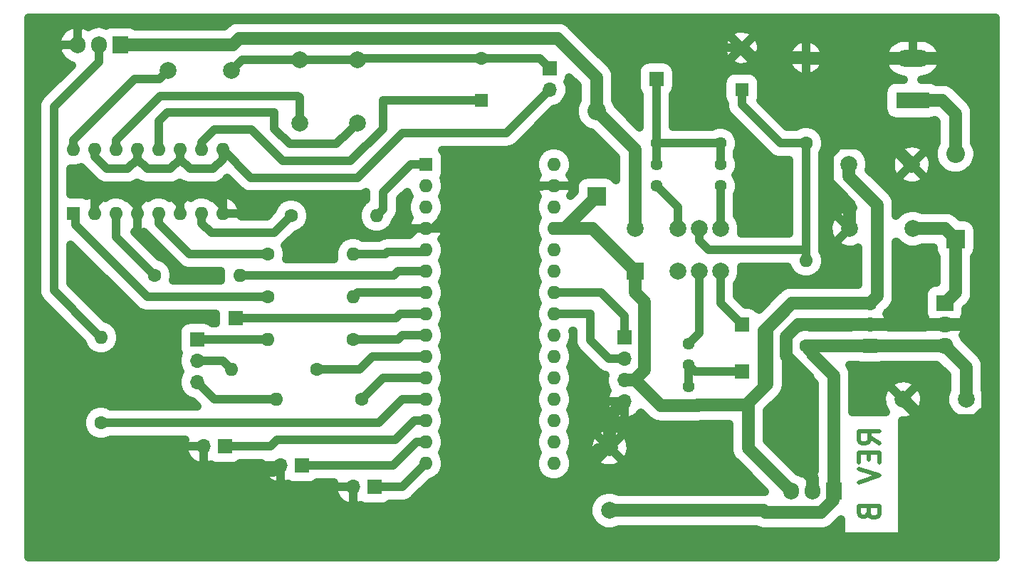
<source format=gbr>
G04 #@! TF.GenerationSoftware,KiCad,Pcbnew,(5.1.5)-3*
G04 #@! TF.CreationDate,2020-03-25T21:09:59+01:00*
G04 #@! TF.ProjectId,FunctiongeneratorMK3PowerControl,46756e63-7469-46f6-9e67-656e65726174,rev?*
G04 #@! TF.SameCoordinates,Original*
G04 #@! TF.FileFunction,Copper,L2,Bot*
G04 #@! TF.FilePolarity,Positive*
%FSLAX46Y46*%
G04 Gerber Fmt 4.6, Leading zero omitted, Abs format (unit mm)*
G04 Created by KiCad (PCBNEW (5.1.5)-3) date 2020-03-25 21:09:59*
%MOMM*%
%LPD*%
G04 APERTURE LIST*
%ADD10C,0.500000*%
%ADD11O,1.600000X1.600000*%
%ADD12R,1.600000X1.600000*%
%ADD13C,1.600000*%
%ADD14C,2.000000*%
%ADD15O,1.905000X2.000000*%
%ADD16R,1.905000X2.000000*%
%ADD17R,2.000000X2.000000*%
%ADD18C,1.440000*%
%ADD19R,1.700000X1.700000*%
%ADD20O,2.200000X2.200000*%
%ADD21R,2.200000X2.200000*%
%ADD22O,2.000000X1.905000*%
%ADD23R,2.000000X1.905000*%
%ADD24O,1.700000X1.700000*%
%ADD25O,3.960000X1.980000*%
%ADD26R,3.960000X1.980000*%
%ADD27C,1.000000*%
%ADD28C,1.500000*%
G04 APERTURE END LIST*
D10*
X129400952Y-115749047D02*
X128210476Y-114915714D01*
X129400952Y-114320476D02*
X126900952Y-114320476D01*
X126900952Y-115272857D01*
X127020000Y-115510952D01*
X127139047Y-115630000D01*
X127377142Y-115749047D01*
X127734285Y-115749047D01*
X127972380Y-115630000D01*
X128091428Y-115510952D01*
X128210476Y-115272857D01*
X128210476Y-114320476D01*
X128091428Y-116820476D02*
X128091428Y-117653809D01*
X129400952Y-118010952D02*
X129400952Y-116820476D01*
X126900952Y-116820476D01*
X126900952Y-118010952D01*
X126900952Y-118725238D02*
X129400952Y-119558571D01*
X126900952Y-120391904D01*
X128091428Y-123963333D02*
X128210476Y-124320476D01*
X128329523Y-124439523D01*
X128567619Y-124558571D01*
X128924761Y-124558571D01*
X129162857Y-124439523D01*
X129281904Y-124320476D01*
X129400952Y-124082380D01*
X129400952Y-123130000D01*
X126900952Y-123130000D01*
X126900952Y-123963333D01*
X127020000Y-124201428D01*
X127139047Y-124320476D01*
X127377142Y-124439523D01*
X127615238Y-124439523D01*
X127853333Y-124320476D01*
X127972380Y-124201428D01*
X128091428Y-123963333D01*
X128091428Y-123130000D01*
D11*
X90678000Y-118110000D03*
X75438000Y-118110000D03*
X90678000Y-82550000D03*
X75438000Y-115570000D03*
X90678000Y-85090000D03*
X75438000Y-113030000D03*
X90678000Y-87630000D03*
X75438000Y-110490000D03*
X90678000Y-90170000D03*
X75438000Y-107950000D03*
X90678000Y-92710000D03*
X75438000Y-105410000D03*
X90678000Y-95250000D03*
X75438000Y-102870000D03*
X90678000Y-97790000D03*
X75438000Y-100330000D03*
X90678000Y-100330000D03*
X75438000Y-97790000D03*
X90678000Y-102870000D03*
X75438000Y-95250000D03*
X90678000Y-105410000D03*
X75438000Y-92710000D03*
X90678000Y-107950000D03*
X75438000Y-90170000D03*
X90678000Y-110490000D03*
X75438000Y-87630000D03*
X90678000Y-113030000D03*
X75438000Y-85090000D03*
X90678000Y-115570000D03*
D12*
X75438000Y-82550000D03*
D11*
X33528000Y-80772000D03*
X51308000Y-88392000D03*
X36068000Y-80772000D03*
X48768000Y-88392000D03*
X38608000Y-80772000D03*
X46228000Y-88392000D03*
X41148000Y-80772000D03*
X43688000Y-88392000D03*
X43688000Y-80772000D03*
X41148000Y-88392000D03*
X46228000Y-80772000D03*
X38608000Y-88392000D03*
X48768000Y-80772000D03*
X36068000Y-88392000D03*
X51308000Y-80772000D03*
D12*
X33528000Y-88392000D03*
D11*
X69596000Y-88646000D03*
D13*
X59436000Y-88646000D03*
D11*
X66802000Y-93218000D03*
D13*
X56642000Y-93218000D03*
D11*
X53340000Y-95758000D03*
D13*
X43180000Y-95758000D03*
D11*
X66802000Y-98298000D03*
D13*
X56642000Y-98298000D03*
D14*
X60452000Y-77604000D03*
X60452000Y-70104000D03*
X44824000Y-71374000D03*
X52324000Y-71374000D03*
D15*
X34036000Y-68326000D03*
X36576000Y-68326000D03*
D16*
X39116000Y-68326000D03*
D14*
X110490000Y-95250000D03*
X110490000Y-90170000D03*
X105410000Y-95250000D03*
D17*
X100330000Y-95250000D03*
D14*
X105410000Y-90170000D03*
X100330000Y-90170000D03*
X107950000Y-95250000D03*
X107950000Y-90170000D03*
D18*
X102870000Y-80010000D03*
X102870000Y-82550000D03*
X102870000Y-85090000D03*
X110490000Y-80010000D03*
X110490000Y-82550000D03*
X110490000Y-85090000D03*
X106680000Y-103886000D03*
X106680000Y-106426000D03*
X106680000Y-108966000D03*
D11*
X120650000Y-69850000D03*
D13*
X120650000Y-80010000D03*
D11*
X120650000Y-93980000D03*
D13*
X120650000Y-104140000D03*
D11*
X36830000Y-103124000D03*
D13*
X36830000Y-113284000D03*
D19*
X102870000Y-72390000D03*
X113030000Y-101600000D03*
X113030000Y-107188000D03*
D20*
X95758000Y-76200000D03*
D21*
X95758000Y-86360000D03*
D13*
X113030000Y-68660000D03*
D12*
X113030000Y-73660000D03*
D15*
X118872000Y-121412000D03*
X121412000Y-121412000D03*
D16*
X123952000Y-121412000D03*
D22*
X137160000Y-104140000D03*
X137160000Y-101600000D03*
D23*
X137160000Y-99060000D03*
D11*
X57658000Y-110490000D03*
D13*
X67818000Y-110490000D03*
D11*
X52324000Y-106934000D03*
D13*
X62484000Y-106934000D03*
D11*
X56642000Y-103378000D03*
D13*
X66802000Y-103378000D03*
D24*
X128270000Y-99060000D03*
X128270000Y-101600000D03*
D19*
X128270000Y-104140000D03*
D25*
X133350000Y-69930000D03*
D26*
X133350000Y-74930000D03*
D24*
X99060000Y-110744000D03*
X99060000Y-108204000D03*
X99060000Y-105664000D03*
D19*
X99060000Y-103124000D03*
X52832000Y-100838000D03*
D24*
X90170000Y-73660000D03*
D19*
X90170000Y-71120000D03*
D24*
X66802000Y-120904000D03*
D19*
X69342000Y-120904000D03*
D24*
X58166000Y-118364000D03*
D19*
X60706000Y-118364000D03*
D24*
X49022000Y-116078000D03*
D19*
X51562000Y-116078000D03*
D24*
X48260000Y-108458000D03*
X48260000Y-105918000D03*
D19*
X48260000Y-103378000D03*
D20*
X138430000Y-81280000D03*
D21*
X138430000Y-91440000D03*
D14*
X133230000Y-82550000D03*
X125730000Y-82550000D03*
X97282000Y-116198000D03*
X97282000Y-123698000D03*
X132200000Y-110490000D03*
X139700000Y-110490000D03*
X125850000Y-90170000D03*
X133350000Y-90170000D03*
D13*
X82042000Y-69930000D03*
D12*
X82042000Y-74930000D03*
D14*
X67310000Y-77604000D03*
X67310000Y-70104000D03*
D27*
X72644000Y-120904000D02*
X75438000Y-118110000D01*
X69342000Y-120904000D02*
X72644000Y-120904000D01*
X71588441Y-118364000D02*
X74382441Y-115570000D01*
X74382441Y-115570000D02*
X75438000Y-115570000D01*
X60706000Y-118364000D02*
X71588441Y-118364000D01*
X127080000Y-69930000D02*
X120730000Y-69930000D01*
X133350000Y-69930000D02*
X127080000Y-69930000D01*
X133230000Y-82550000D02*
X130729999Y-80049999D01*
X81685998Y-85090000D02*
X82550000Y-85090000D01*
X136330000Y-69930000D02*
X141030001Y-74630001D01*
X133350000Y-69930000D02*
X136330000Y-69930000D01*
X76302002Y-90170000D02*
X75438000Y-90170000D01*
X81382002Y-85090000D02*
X76302002Y-90170000D01*
X82804000Y-85344000D02*
X81382002Y-85090000D01*
X90678000Y-85090000D02*
X82804000Y-85344000D01*
X76492001Y-120460001D02*
X82804000Y-114808000D01*
X82804000Y-114808000D02*
X82804000Y-114148002D01*
X34036000Y-66326000D02*
X34036000Y-68326000D01*
X99397989Y-65349989D02*
X35012011Y-65349989D01*
X35012011Y-65349989D02*
X34036000Y-66326000D01*
X102708000Y-68660000D02*
X99397989Y-65349989D01*
X113030000Y-68660000D02*
X102708000Y-68660000D01*
X46228000Y-87048000D02*
X46228000Y-87260630D01*
X47184001Y-86091999D02*
X46228000Y-87048000D01*
X49872001Y-86091999D02*
X47184001Y-86091999D01*
X51308000Y-87527998D02*
X49872001Y-86091999D01*
X51308000Y-88392000D02*
X51308000Y-87527998D01*
X42316631Y-86091999D02*
X41148000Y-87260630D01*
X45059369Y-86091999D02*
X42316631Y-86091999D01*
X46228000Y-87260630D02*
X45059369Y-86091999D01*
X41148000Y-87260630D02*
X41148000Y-88392000D01*
X46228000Y-88392000D02*
X46228000Y-87260630D01*
X39712001Y-86091999D02*
X37236631Y-86091999D01*
X36068000Y-87260630D02*
X36068000Y-88392000D01*
X41148000Y-87527998D02*
X39712001Y-86091999D01*
X37236631Y-86091999D02*
X36068000Y-87260630D01*
X41148000Y-88392000D02*
X41148000Y-87527998D01*
X74306630Y-90170000D02*
X75438000Y-90170000D01*
X68491999Y-90946001D02*
X73530629Y-90946001D01*
X63891997Y-86345999D02*
X68491999Y-90946001D01*
X58331999Y-86345999D02*
X63891997Y-86345999D01*
X56285998Y-88392000D02*
X58331999Y-86345999D01*
X73530629Y-90946001D02*
X74306630Y-90170000D01*
X51308000Y-88392000D02*
X56285998Y-88392000D01*
X71055999Y-126556001D02*
X82804000Y-114808000D01*
X29227989Y-109085991D02*
X46697999Y-126556001D01*
X29227989Y-71181511D02*
X29227989Y-109085991D01*
X32083500Y-68326000D02*
X29227989Y-71181511D01*
X34036000Y-68326000D02*
X32083500Y-68326000D01*
X70529998Y-126492000D02*
X70866000Y-126492000D01*
X66802000Y-120904000D02*
X66802000Y-122764002D01*
X66802000Y-122764002D02*
X70529998Y-126492000D01*
X46697999Y-126556001D02*
X70866000Y-126492000D01*
X70866000Y-126492000D02*
X71055999Y-126556001D01*
X65599919Y-120904000D02*
X66802000Y-120904000D01*
X58166000Y-120224002D02*
X58845998Y-120904000D01*
X58845998Y-120904000D02*
X65599919Y-120904000D01*
X58166000Y-118364000D02*
X58166000Y-120224002D01*
X57316001Y-119213999D02*
X58166000Y-118364000D01*
X49022000Y-117938002D02*
X50297997Y-119213999D01*
X50297997Y-119213999D02*
X57316001Y-119213999D01*
X49022000Y-116078000D02*
X49022000Y-117938002D01*
X89573999Y-120410001D02*
X82804000Y-113640002D01*
X82804000Y-113640002D02*
X82804000Y-110744000D01*
X95867787Y-116198000D02*
X91655786Y-120410001D01*
X97282000Y-116198000D02*
X95867787Y-116198000D01*
X91655786Y-120410001D02*
X89573999Y-120410001D01*
X82804000Y-110744000D02*
X82804000Y-85344000D01*
X82804000Y-114148002D02*
X82804000Y-110744000D01*
D28*
X127067919Y-101600000D02*
X128270000Y-101600000D01*
X119711998Y-101600000D02*
X127067919Y-101600000D01*
X118299999Y-105268001D02*
X118299999Y-103011999D01*
X120922010Y-107890012D02*
X118299999Y-105268001D01*
X120922010Y-119398010D02*
X120922010Y-107890012D01*
X121412000Y-119888000D02*
X120922010Y-119398010D01*
X118299999Y-103011999D02*
X119711998Y-101600000D01*
X121412000Y-121412000D02*
X121412000Y-119888000D01*
X128270000Y-101600000D02*
X137160000Y-101600000D01*
X134750001Y-113040001D02*
X133199999Y-111489999D01*
X133199999Y-111489999D02*
X132200000Y-110490000D01*
X140924001Y-113040001D02*
X134750001Y-113040001D01*
X142250001Y-111714001D02*
X140924001Y-113040001D01*
X142250001Y-103896001D02*
X142250001Y-111714001D01*
X139954000Y-101600000D02*
X142250001Y-103896001D01*
X137160000Y-101600000D02*
X139954000Y-101600000D01*
X142250001Y-75350001D02*
X142250001Y-103896001D01*
X136830000Y-69930000D02*
X142250001Y-75350001D01*
X133350000Y-69930000D02*
X136830000Y-69930000D01*
X120730000Y-69930000D02*
X120650000Y-69850000D01*
X133350000Y-69930000D02*
X120730000Y-69930000D01*
X114220000Y-69850000D02*
X113030000Y-68660000D01*
X120650000Y-69850000D02*
X114220000Y-69850000D01*
X127000000Y-76320000D02*
X127000000Y-69850000D01*
X133230000Y-82550000D02*
X127000000Y-76320000D01*
D27*
X127080000Y-69930000D02*
X127000000Y-69850000D01*
D28*
X130679999Y-79999999D02*
X130729999Y-80049999D01*
X123179999Y-81325999D02*
X124505999Y-79999999D01*
X124505999Y-79999999D02*
X130679999Y-79999999D01*
X123179999Y-84666916D02*
X123179999Y-81325999D01*
X125850000Y-87336917D02*
X123179999Y-84666916D01*
X125850000Y-90170000D02*
X125850000Y-87336917D01*
X97282000Y-112522000D02*
X99060000Y-110744000D01*
X97282000Y-116198000D02*
X97282000Y-112522000D01*
D27*
X74306630Y-113030000D02*
X75438000Y-113030000D01*
X74094000Y-113030000D02*
X74306630Y-113030000D01*
X71839990Y-115284010D02*
X74094000Y-113030000D01*
X57767988Y-115284010D02*
X71839990Y-115284010D01*
X56973998Y-116078000D02*
X57767988Y-115284010D01*
X51562000Y-116078000D02*
X56973998Y-116078000D01*
X36830000Y-113284000D02*
X69850000Y-113284000D01*
X72644000Y-110490000D02*
X75438000Y-110490000D01*
X69850000Y-113284000D02*
X72644000Y-110490000D01*
X122325998Y-99060000D02*
X127067919Y-99060000D01*
X118618000Y-99060000D02*
X115380001Y-102297999D01*
X122325998Y-99060000D02*
X118618000Y-99060000D01*
X113432001Y-111186001D02*
X105090001Y-111186001D01*
X115380001Y-102297999D02*
X115380001Y-109238001D01*
X115380001Y-109238001D02*
X113792000Y-111252000D01*
X113792000Y-111252000D02*
X113432001Y-111186001D01*
D28*
X129119999Y-98210001D02*
X128270000Y-99060000D01*
X129119999Y-87354212D02*
X129119999Y-98210001D01*
X125730000Y-83964213D02*
X129119999Y-87354212D01*
X125730000Y-82550000D02*
X125730000Y-83964213D01*
X113792000Y-116284500D02*
X113792000Y-111252000D01*
X118872000Y-121364500D02*
X113792000Y-116284500D01*
X118872000Y-121412000D02*
X118872000Y-121364500D01*
X100352000Y-108204000D02*
X100262081Y-108204000D01*
X103384001Y-111236001D02*
X100352000Y-108204000D01*
X107819601Y-111186001D02*
X107769601Y-111236001D01*
X107769601Y-111236001D02*
X103384001Y-111236001D01*
X113432001Y-111186001D02*
X107819601Y-111186001D01*
X91948000Y-90170000D02*
X95758000Y-86360000D01*
X90678000Y-90170000D02*
X91948000Y-90170000D01*
X95250000Y-90170000D02*
X100330000Y-95250000D01*
X90678000Y-90170000D02*
X95250000Y-90170000D01*
X101460001Y-107006080D02*
X100262081Y-108204000D01*
X100330000Y-97750000D02*
X101460001Y-98880001D01*
X100262081Y-108204000D02*
X99060000Y-108204000D01*
X101460001Y-98880001D02*
X101460001Y-107006080D01*
X100330000Y-95250000D02*
X100330000Y-97750000D01*
X127067919Y-99060000D02*
X128270000Y-99060000D01*
X115999989Y-102059304D02*
X118999293Y-99060000D01*
X118999293Y-99060000D02*
X127067919Y-99060000D01*
X115999989Y-108708013D02*
X115999989Y-102059304D01*
X113522001Y-111186001D02*
X115999989Y-108708013D01*
X113432001Y-111186001D02*
X113522001Y-111186001D01*
D27*
X70358000Y-107950000D02*
X75438000Y-107950000D01*
X67818000Y-110490000D02*
X70358000Y-107950000D01*
X62484000Y-106934000D02*
X67564000Y-106934000D01*
X67564000Y-106934000D02*
X69088000Y-105410000D01*
X69088000Y-105410000D02*
X75438000Y-105410000D01*
X66802000Y-103378000D02*
X72136000Y-103378000D01*
X72644000Y-102870000D02*
X75438000Y-102870000D01*
X72136000Y-103378000D02*
X72644000Y-102870000D01*
X99060000Y-100584000D02*
X99060000Y-103124000D01*
X90678000Y-97790000D02*
X96266000Y-97790000D01*
X96266000Y-97790000D02*
X99060000Y-100584000D01*
X52832000Y-100838000D02*
X71882000Y-100838000D01*
X71882000Y-100838000D02*
X72390000Y-100330000D01*
X72390000Y-100330000D02*
X75438000Y-100330000D01*
X97857919Y-105664000D02*
X99060000Y-105664000D01*
X97199998Y-105664000D02*
X97857919Y-105664000D01*
X94996000Y-103460002D02*
X97199998Y-105664000D01*
X94996000Y-100330000D02*
X94996000Y-103460002D01*
X90678000Y-100330000D02*
X94996000Y-100330000D01*
X74306630Y-97790000D02*
X75438000Y-97790000D01*
X67310000Y-97790000D02*
X75438000Y-97790000D01*
X66802000Y-98298000D02*
X67310000Y-97790000D01*
X53340000Y-95758000D02*
X71628000Y-95758000D01*
X71628000Y-95758000D02*
X72136000Y-95250000D01*
X72136000Y-95250000D02*
X75438000Y-95250000D01*
X66802000Y-93218000D02*
X70594011Y-93218000D01*
X70866000Y-92946011D02*
X75201989Y-92946011D01*
X75201989Y-92946011D02*
X75438000Y-92710000D01*
X70594011Y-93218000D02*
X70866000Y-92946011D01*
X70395999Y-85792001D02*
X73638000Y-82550000D01*
X73638000Y-82550000D02*
X75438000Y-82550000D01*
X70395999Y-87846001D02*
X70395999Y-85792001D01*
X69596000Y-88646000D02*
X70395999Y-87846001D01*
X66310001Y-78603999D02*
X67310000Y-77604000D01*
X64809999Y-80104001D02*
X66310001Y-78603999D01*
X59251999Y-80104001D02*
X64809999Y-80104001D01*
X43688000Y-77389070D02*
X44703051Y-76374019D01*
X57404000Y-76374019D02*
X57404000Y-78256002D01*
X44703051Y-76374019D02*
X57404000Y-76374019D01*
X43688000Y-80772000D02*
X43688000Y-77389070D01*
X57404000Y-78256002D02*
X59251999Y-80104001D01*
X88980000Y-69930000D02*
X90170000Y-71120000D01*
X82042000Y-69930000D02*
X88980000Y-69930000D01*
X67484000Y-69930000D02*
X67310000Y-70104000D01*
X82042000Y-69930000D02*
X67484000Y-69930000D01*
X67310000Y-70104000D02*
X60452000Y-70104000D01*
X60452000Y-70104000D02*
X53594000Y-70104000D01*
X53594000Y-70104000D02*
X52324000Y-71374000D01*
X66509991Y-82104011D02*
X70358000Y-78256002D01*
X48768000Y-80772000D02*
X48768000Y-79907998D01*
X58423568Y-82104011D02*
X66509991Y-82104011D01*
X48768000Y-79907998D02*
X50301969Y-78374029D01*
X50301969Y-78374029D02*
X54693586Y-78374029D01*
X54693586Y-78374029D02*
X58423568Y-82104011D01*
X70358000Y-78256002D02*
X70358000Y-74930000D01*
X70358000Y-74930000D02*
X82042000Y-74930000D01*
D28*
X138430000Y-97790000D02*
X137160000Y-99060000D01*
X138430000Y-91440000D02*
X138430000Y-97790000D01*
X137160000Y-90170000D02*
X138430000Y-91440000D01*
X133350000Y-90170000D02*
X137160000Y-90170000D01*
D27*
X123952000Y-120127259D02*
X123952000Y-121412000D01*
D28*
X139700000Y-106680000D02*
X137160000Y-104140000D01*
X139700000Y-110490000D02*
X139700000Y-106680000D01*
X137160000Y-104140000D02*
X128270000Y-104140000D01*
X128270000Y-104140000D02*
X120650000Y-104140000D01*
X123952000Y-107667298D02*
X123952000Y-118912000D01*
X123952000Y-118912000D02*
X123952000Y-121412000D01*
X121449999Y-105165297D02*
X123952000Y-107667298D01*
X121449999Y-104939999D02*
X121449999Y-105165297D01*
X120650000Y-104140000D02*
X121449999Y-104939999D01*
X122448573Y-123962010D02*
X115834010Y-123962010D01*
X123914510Y-122496073D02*
X122448573Y-123962010D01*
X123952000Y-121412000D02*
X123914510Y-121449490D01*
X123914510Y-121449490D02*
X123914510Y-122496073D01*
X115570000Y-123698000D02*
X97282000Y-123698000D01*
X115834010Y-123962010D02*
X115570000Y-123698000D01*
X136830000Y-74930000D02*
X133350000Y-74930000D01*
X138430000Y-81280000D02*
X138430000Y-76530000D01*
X138430000Y-76530000D02*
X136830000Y-74930000D01*
D27*
X50292000Y-110490000D02*
X48260000Y-108458000D01*
X57658000Y-110490000D02*
X50292000Y-110490000D01*
X51308000Y-105918000D02*
X48260000Y-105918000D01*
X52324000Y-106934000D02*
X51308000Y-105918000D01*
X48260000Y-103378000D02*
X56642000Y-103378000D01*
X39979369Y-83072001D02*
X41148000Y-81903370D01*
X37503999Y-83072001D02*
X39979369Y-83072001D01*
X36068000Y-81636002D02*
X37503999Y-83072001D01*
X36068000Y-80772000D02*
X36068000Y-81636002D01*
X45059369Y-83072001D02*
X46228000Y-81903370D01*
X42316631Y-83072001D02*
X45059369Y-83072001D01*
X41148000Y-81903370D02*
X42316631Y-83072001D01*
X41148000Y-80772000D02*
X41148000Y-81903370D01*
X51308000Y-81903370D02*
X51308000Y-80772000D01*
X47396631Y-83072001D02*
X50139369Y-83072001D01*
X50139369Y-83072001D02*
X51308000Y-81903370D01*
X46228000Y-81903370D02*
X47396631Y-83072001D01*
X46228000Y-80772000D02*
X46228000Y-81903370D01*
X89320001Y-74509999D02*
X90170000Y-73660000D01*
X85029999Y-78800001D02*
X89320001Y-74509999D01*
X72642442Y-78800001D02*
X85029999Y-78800001D01*
X67338422Y-84104021D02*
X72642442Y-78800001D01*
X54640021Y-84104021D02*
X67338422Y-84104021D01*
X51308000Y-80772000D02*
X54640021Y-84104021D01*
X117580000Y-80010000D02*
X119518630Y-80010000D01*
X113030000Y-75460000D02*
X117580000Y-80010000D01*
X119518630Y-80010000D02*
X120650000Y-80010000D01*
X113030000Y-73660000D02*
X113030000Y-75460000D01*
X120650000Y-80010000D02*
X120650000Y-92710000D01*
X120650000Y-92710000D02*
X120650000Y-93980000D01*
X109075787Y-92710000D02*
X120650000Y-92710000D01*
X107950000Y-91584213D02*
X109075787Y-92710000D01*
X107950000Y-90170000D02*
X107950000Y-91584213D01*
D28*
X100330000Y-80772000D02*
X95758000Y-76200000D01*
X100330000Y-90170000D02*
X100330000Y-80772000D01*
X95758000Y-74644366D02*
X95758000Y-76200000D01*
X95758000Y-72217998D02*
X95758000Y-74644366D01*
X53244850Y-67553999D02*
X91094001Y-67553999D01*
X91094001Y-67553999D02*
X95758000Y-72217998D01*
X52472849Y-68326000D02*
X53244850Y-67553999D01*
X39116000Y-68326000D02*
X52472849Y-68326000D01*
D27*
X106680000Y-106426000D02*
X106680000Y-108966000D01*
X107442000Y-107188000D02*
X106680000Y-106426000D01*
X113030000Y-107188000D02*
X107442000Y-107188000D01*
X110490000Y-99060000D02*
X113030000Y-101600000D01*
X110490000Y-95250000D02*
X110490000Y-99060000D01*
X102870000Y-80010000D02*
X110490000Y-80010000D01*
X110490000Y-80010000D02*
X110490000Y-82550000D01*
X102870000Y-82550000D02*
X102870000Y-80010000D01*
X102870000Y-80010000D02*
X102870000Y-72390000D01*
X36030001Y-102324001D02*
X36830000Y-103124000D01*
X31227999Y-97521999D02*
X36030001Y-102324001D01*
X31227999Y-75674001D02*
X31227999Y-97521999D01*
X36576000Y-70326000D02*
X31227999Y-75674001D01*
X36576000Y-68326000D02*
X36576000Y-70326000D01*
X110490000Y-90170000D02*
X110490000Y-85090000D01*
X105410000Y-87630000D02*
X102870000Y-85090000D01*
X105410000Y-90170000D02*
X105410000Y-87630000D01*
X107950000Y-102616000D02*
X106680000Y-103886000D01*
X107950000Y-95250000D02*
X107950000Y-102616000D01*
X33528000Y-79640630D02*
X33528000Y-80772000D01*
X44824000Y-71374000D02*
X43824001Y-72373999D01*
X40794631Y-72373999D02*
X33528000Y-79640630D01*
X43824001Y-72373999D02*
X40794631Y-72373999D01*
X43874621Y-74374009D02*
X60245991Y-74374009D01*
X38608000Y-80772000D02*
X38608000Y-79640630D01*
X38608000Y-79640630D02*
X43874621Y-74374009D01*
X60452000Y-74580018D02*
X60452000Y-77604000D01*
X60245991Y-74374009D02*
X60452000Y-74580018D01*
X55510630Y-98298000D02*
X56642000Y-98298000D01*
X33767999Y-89750001D02*
X42315998Y-98298000D01*
X33767999Y-88631999D02*
X33767999Y-89750001D01*
X42315998Y-98298000D02*
X55510630Y-98298000D01*
X33528000Y-88392000D02*
X33767999Y-88631999D01*
X38608000Y-91186000D02*
X43180000Y-95758000D01*
X38608000Y-88392000D02*
X38608000Y-91186000D01*
X43688000Y-88392000D02*
X43688000Y-89154000D01*
X43688000Y-89523370D02*
X47382630Y-93218000D01*
X55510630Y-93218000D02*
X56642000Y-93218000D01*
X47382630Y-93218000D02*
X55510630Y-93218000D01*
X43688000Y-88392000D02*
X43688000Y-89523370D01*
X48768000Y-89523370D02*
X48768000Y-88392000D01*
X49936631Y-90692001D02*
X48768000Y-89523370D01*
X57389999Y-90692001D02*
X49936631Y-90692001D01*
X59436000Y-88646000D02*
X57389999Y-90692001D01*
G36*
X143222001Y-129252000D02*
G01*
X28228000Y-129252000D01*
X28228000Y-121278123D01*
X64471843Y-121278123D01*
X64589604Y-121725525D01*
X64792386Y-122141357D01*
X65072397Y-122509638D01*
X65418875Y-122816215D01*
X65818506Y-123049307D01*
X66255932Y-123199956D01*
X66427877Y-123234157D01*
X66797000Y-122886494D01*
X66797000Y-120909000D01*
X64819505Y-120909000D01*
X64471843Y-121278123D01*
X28228000Y-121278123D01*
X28228000Y-118738123D01*
X55835843Y-118738123D01*
X55953604Y-119185525D01*
X56156386Y-119601357D01*
X56436397Y-119969638D01*
X56782875Y-120276215D01*
X57182506Y-120509307D01*
X57619932Y-120659956D01*
X57791877Y-120694157D01*
X58161000Y-120346494D01*
X58161000Y-118369000D01*
X56183505Y-118369000D01*
X55835843Y-118738123D01*
X28228000Y-118738123D01*
X28228000Y-116452123D01*
X46691843Y-116452123D01*
X46809604Y-116899525D01*
X47012386Y-117315357D01*
X47292397Y-117683638D01*
X47638875Y-117990215D01*
X48038506Y-118223307D01*
X48475932Y-118373956D01*
X48647877Y-118408157D01*
X49017000Y-118060494D01*
X49017000Y-116083000D01*
X47039505Y-116083000D01*
X46691843Y-116452123D01*
X28228000Y-116452123D01*
X28228000Y-75674001D01*
X29210284Y-75674001D01*
X29219999Y-75772639D01*
X29220000Y-97423351D01*
X29210284Y-97521999D01*
X29249054Y-97915636D01*
X29363874Y-98294145D01*
X29550331Y-98642981D01*
X29712335Y-98840383D01*
X29801260Y-98948739D01*
X29877876Y-99011616D01*
X34597590Y-103731331D01*
X34610696Y-103797219D01*
X34784677Y-104217248D01*
X35037260Y-104595264D01*
X35358736Y-104916740D01*
X35736752Y-105169323D01*
X36156781Y-105343304D01*
X36602682Y-105432000D01*
X37057318Y-105432000D01*
X37503219Y-105343304D01*
X37923248Y-105169323D01*
X38301264Y-104916740D01*
X38622740Y-104595264D01*
X38875323Y-104217248D01*
X39049304Y-103797219D01*
X39138000Y-103351318D01*
X39138000Y-102896682D01*
X39049304Y-102450781D01*
X38875323Y-102030752D01*
X38622740Y-101652736D01*
X38301264Y-101331260D01*
X37923248Y-101078677D01*
X37503219Y-100904696D01*
X37437331Y-100891590D01*
X33235999Y-96690259D01*
X33235999Y-92057741D01*
X40826376Y-99648118D01*
X40889258Y-99724740D01*
X41195016Y-99975669D01*
X41543852Y-100162126D01*
X41807541Y-100242115D01*
X41922360Y-100276945D01*
X41956262Y-100280284D01*
X42217360Y-100306000D01*
X42217367Y-100306000D01*
X42315997Y-100315714D01*
X42414627Y-100306000D01*
X50466704Y-100306000D01*
X50466704Y-101370000D01*
X50076046Y-101370000D01*
X49951853Y-101268077D01*
X49689879Y-101128049D01*
X49405620Y-101041820D01*
X49110000Y-101012704D01*
X47410000Y-101012704D01*
X47114380Y-101041820D01*
X46830121Y-101128049D01*
X46568147Y-101268077D01*
X46338524Y-101456524D01*
X46150077Y-101686147D01*
X46010049Y-101948121D01*
X45923820Y-102232380D01*
X45894704Y-102528000D01*
X45894704Y-104228000D01*
X45923820Y-104523620D01*
X46010049Y-104807879D01*
X46098783Y-104973889D01*
X45992617Y-105230197D01*
X45902000Y-105685757D01*
X45902000Y-106150243D01*
X45992617Y-106605803D01*
X46170368Y-107034932D01*
X46272645Y-107188000D01*
X46170368Y-107341068D01*
X45992617Y-107770197D01*
X45902000Y-108225757D01*
X45902000Y-108690243D01*
X45992617Y-109145803D01*
X46170368Y-109574932D01*
X46428422Y-109961137D01*
X46756863Y-110289578D01*
X47143068Y-110547632D01*
X47572197Y-110725383D01*
X47716308Y-110754049D01*
X48238259Y-111276000D01*
X37979106Y-111276000D01*
X37923248Y-111238677D01*
X37503219Y-111064696D01*
X37057318Y-110976000D01*
X36602682Y-110976000D01*
X36156781Y-111064696D01*
X35736752Y-111238677D01*
X35358736Y-111491260D01*
X35037260Y-111812736D01*
X34784677Y-112190752D01*
X34610696Y-112610781D01*
X34522000Y-113056682D01*
X34522000Y-113511318D01*
X34610696Y-113957219D01*
X34784677Y-114377248D01*
X35037260Y-114755264D01*
X35358736Y-115076740D01*
X35736752Y-115329323D01*
X36156781Y-115503304D01*
X36602682Y-115592000D01*
X37057318Y-115592000D01*
X37503219Y-115503304D01*
X37923248Y-115329323D01*
X37979106Y-115292000D01*
X46800253Y-115292000D01*
X46691843Y-115703877D01*
X47039505Y-116073000D01*
X49017000Y-116073000D01*
X49017000Y-116053000D01*
X49027000Y-116053000D01*
X49027000Y-116073000D01*
X49047000Y-116073000D01*
X49047000Y-116083000D01*
X49027000Y-116083000D01*
X49027000Y-118060494D01*
X49396123Y-118408157D01*
X49568068Y-118373956D01*
X49963441Y-118237790D01*
X50132121Y-118327951D01*
X50416380Y-118414180D01*
X50712000Y-118443296D01*
X52412000Y-118443296D01*
X52707620Y-118414180D01*
X52991879Y-118327951D01*
X53253853Y-118187923D01*
X53378046Y-118086000D01*
X55926377Y-118086000D01*
X56183505Y-118359000D01*
X58161000Y-118359000D01*
X58161000Y-118339000D01*
X58171000Y-118339000D01*
X58171000Y-118359000D01*
X58191000Y-118359000D01*
X58191000Y-118369000D01*
X58171000Y-118369000D01*
X58171000Y-120346494D01*
X58540123Y-120694157D01*
X58712068Y-120659956D01*
X59107441Y-120523790D01*
X59276121Y-120613951D01*
X59560380Y-120700180D01*
X59856000Y-120729296D01*
X61556000Y-120729296D01*
X61851620Y-120700180D01*
X62135879Y-120613951D01*
X62397853Y-120473923D01*
X62522046Y-120372000D01*
X64513398Y-120372000D01*
X64471843Y-120529877D01*
X64819505Y-120899000D01*
X66797000Y-120899000D01*
X66797000Y-120879000D01*
X66807000Y-120879000D01*
X66807000Y-120899000D01*
X66827000Y-120899000D01*
X66827000Y-120909000D01*
X66807000Y-120909000D01*
X66807000Y-122886494D01*
X67176123Y-123234157D01*
X67348068Y-123199956D01*
X67743441Y-123063790D01*
X67912121Y-123153951D01*
X68196380Y-123240180D01*
X68492000Y-123269296D01*
X70192000Y-123269296D01*
X70487620Y-123240180D01*
X70771879Y-123153951D01*
X71033853Y-123013923D01*
X71158046Y-122912000D01*
X72545362Y-122912000D01*
X72644000Y-122921715D01*
X73037637Y-122882945D01*
X73416146Y-122768126D01*
X73764982Y-122581669D01*
X74070740Y-122330740D01*
X74133622Y-122254118D01*
X76045331Y-120342410D01*
X76111219Y-120329304D01*
X76531248Y-120155323D01*
X76909264Y-119902740D01*
X77230740Y-119581264D01*
X77483323Y-119203248D01*
X77657304Y-118783219D01*
X77746000Y-118337318D01*
X77746000Y-117882682D01*
X77657304Y-117436781D01*
X77483323Y-117016752D01*
X77365221Y-116840000D01*
X77483323Y-116663248D01*
X77657304Y-116243219D01*
X77746000Y-115797318D01*
X77746000Y-115342682D01*
X77657304Y-114896781D01*
X77483323Y-114476752D01*
X77365221Y-114300000D01*
X77483323Y-114123248D01*
X77657304Y-113703219D01*
X77746000Y-113257318D01*
X77746000Y-112802682D01*
X77657304Y-112356781D01*
X77483323Y-111936752D01*
X77365221Y-111760000D01*
X77483323Y-111583248D01*
X77657304Y-111163219D01*
X77746000Y-110717318D01*
X77746000Y-110262682D01*
X77657304Y-109816781D01*
X77483323Y-109396752D01*
X77365221Y-109220000D01*
X77483323Y-109043248D01*
X77657304Y-108623219D01*
X77746000Y-108177318D01*
X77746000Y-107722682D01*
X77657304Y-107276781D01*
X77483323Y-106856752D01*
X77365221Y-106680000D01*
X77483323Y-106503248D01*
X77657304Y-106083219D01*
X77746000Y-105637318D01*
X77746000Y-105182682D01*
X77657304Y-104736781D01*
X77483323Y-104316752D01*
X77365221Y-104140000D01*
X77483323Y-103963248D01*
X77657304Y-103543219D01*
X77746000Y-103097318D01*
X77746000Y-102642682D01*
X77657304Y-102196781D01*
X77483323Y-101776752D01*
X77365221Y-101600000D01*
X77483323Y-101423248D01*
X77657304Y-101003219D01*
X77746000Y-100557318D01*
X77746000Y-100102682D01*
X77657304Y-99656781D01*
X77483323Y-99236752D01*
X77365221Y-99060000D01*
X77483323Y-98883248D01*
X77657304Y-98463219D01*
X77746000Y-98017318D01*
X77746000Y-97562682D01*
X77657304Y-97116781D01*
X77483323Y-96696752D01*
X77365221Y-96520000D01*
X77483323Y-96343248D01*
X77657304Y-95923219D01*
X77746000Y-95477318D01*
X77746000Y-95022682D01*
X77657304Y-94576781D01*
X77483323Y-94156752D01*
X77365221Y-93980000D01*
X77483323Y-93803248D01*
X77657304Y-93383219D01*
X77746000Y-92937318D01*
X77746000Y-92482682D01*
X77657304Y-92036781D01*
X77483323Y-91616752D01*
X77361685Y-91434709D01*
X77537899Y-91132561D01*
X77685336Y-90704396D01*
X77718773Y-90536301D01*
X77370494Y-90175000D01*
X75443000Y-90175000D01*
X75443000Y-90195000D01*
X75433000Y-90195000D01*
X75433000Y-90175000D01*
X73505506Y-90175000D01*
X73157227Y-90536301D01*
X73190664Y-90704396D01*
X73271108Y-90938011D01*
X70964638Y-90938011D01*
X70866000Y-90928296D01*
X70767363Y-90938011D01*
X70767362Y-90938011D01*
X70472363Y-90967066D01*
X70093854Y-91081885D01*
X69854168Y-91210000D01*
X67951106Y-91210000D01*
X67895248Y-91172677D01*
X67475219Y-90998696D01*
X67029318Y-90910000D01*
X66574682Y-90910000D01*
X66128781Y-90998696D01*
X65708752Y-91172677D01*
X65330736Y-91425260D01*
X65009260Y-91746736D01*
X64756677Y-92124752D01*
X64582696Y-92544781D01*
X64494000Y-92990682D01*
X64494000Y-93445318D01*
X64554606Y-93750000D01*
X58889394Y-93750000D01*
X58950000Y-93445318D01*
X58950000Y-92990682D01*
X58861304Y-92544781D01*
X58718297Y-92199530D01*
X58816739Y-92118741D01*
X58879621Y-92042119D01*
X60043330Y-90878410D01*
X60109219Y-90865304D01*
X60529248Y-90691323D01*
X60907264Y-90438740D01*
X61228740Y-90117264D01*
X61481323Y-89739248D01*
X61655304Y-89319219D01*
X61744000Y-88873318D01*
X61744000Y-88418682D01*
X61655304Y-87972781D01*
X61481323Y-87552752D01*
X61228740Y-87174736D01*
X60907264Y-86853260D01*
X60529248Y-86600677D01*
X60109219Y-86426696D01*
X59663318Y-86338000D01*
X59208682Y-86338000D01*
X58762781Y-86426696D01*
X58342752Y-86600677D01*
X57964736Y-86853260D01*
X57643260Y-87174736D01*
X57390677Y-87552752D01*
X57216696Y-87972781D01*
X57203590Y-88038670D01*
X56558259Y-88684001D01*
X53517151Y-88684001D01*
X53240495Y-88397000D01*
X51313000Y-88397000D01*
X51313000Y-88417000D01*
X51303000Y-88417000D01*
X51303000Y-88397000D01*
X51283000Y-88397000D01*
X51283000Y-88387000D01*
X51303000Y-88387000D01*
X51303000Y-86459506D01*
X51313000Y-86459506D01*
X51313000Y-88387000D01*
X53240495Y-88387000D01*
X53588773Y-88025699D01*
X53473487Y-87587781D01*
X53274982Y-87180768D01*
X53000887Y-86820302D01*
X52661736Y-86520236D01*
X52270561Y-86292101D01*
X51842396Y-86144664D01*
X51674301Y-86111227D01*
X51313000Y-86459506D01*
X51303000Y-86459506D01*
X50941699Y-86111227D01*
X50773604Y-86144664D01*
X50345439Y-86292101D01*
X50043291Y-86468315D01*
X49861248Y-86346677D01*
X49441219Y-86172696D01*
X48995318Y-86084000D01*
X48540682Y-86084000D01*
X48094781Y-86172696D01*
X47674752Y-86346677D01*
X47492709Y-86468315D01*
X47190561Y-86292101D01*
X46762396Y-86144664D01*
X46594301Y-86111227D01*
X46233000Y-86459506D01*
X46233000Y-88387000D01*
X46253000Y-88387000D01*
X46253000Y-88397000D01*
X46233000Y-88397000D01*
X46233000Y-88417000D01*
X46223000Y-88417000D01*
X46223000Y-88397000D01*
X46203000Y-88397000D01*
X46203000Y-88387000D01*
X46223000Y-88387000D01*
X46223000Y-86459506D01*
X45861699Y-86111227D01*
X45693604Y-86144664D01*
X45265439Y-86292101D01*
X44963291Y-86468315D01*
X44781248Y-86346677D01*
X44361219Y-86172696D01*
X43915318Y-86084000D01*
X43460682Y-86084000D01*
X43014781Y-86172696D01*
X42594752Y-86346677D01*
X42412709Y-86468315D01*
X42110561Y-86292101D01*
X41682396Y-86144664D01*
X41514301Y-86111227D01*
X41153000Y-86459506D01*
X41153000Y-88387000D01*
X41173000Y-88387000D01*
X41173000Y-88397000D01*
X41153000Y-88397000D01*
X41153000Y-90324494D01*
X41514301Y-90672773D01*
X41682396Y-90639336D01*
X41957091Y-90544746D01*
X42010332Y-90644352D01*
X42191663Y-90865304D01*
X42261261Y-90950110D01*
X42337877Y-91012987D01*
X45893012Y-94568123D01*
X45955890Y-94644740D01*
X46261648Y-94895669D01*
X46610484Y-95082126D01*
X46838729Y-95151363D01*
X46988992Y-95196945D01*
X47382630Y-95235715D01*
X47481268Y-95226000D01*
X51092606Y-95226000D01*
X51032000Y-95530682D01*
X51032000Y-95985318D01*
X51092606Y-96290000D01*
X45427394Y-96290000D01*
X45488000Y-95985318D01*
X45488000Y-95530682D01*
X45399304Y-95084781D01*
X45225323Y-94664752D01*
X44972740Y-94286736D01*
X44651264Y-93965260D01*
X44273248Y-93712677D01*
X43853219Y-93538696D01*
X43787331Y-93525590D01*
X40859508Y-90597768D01*
X41143000Y-90324494D01*
X41143000Y-88397000D01*
X41123000Y-88397000D01*
X41123000Y-88387000D01*
X41143000Y-88387000D01*
X41143000Y-86459506D01*
X40781699Y-86111227D01*
X40613604Y-86144664D01*
X40185439Y-86292101D01*
X39883291Y-86468315D01*
X39701248Y-86346677D01*
X39281219Y-86172696D01*
X38835318Y-86084000D01*
X38380682Y-86084000D01*
X37934781Y-86172696D01*
X37514752Y-86346677D01*
X37332709Y-86468315D01*
X37030561Y-86292101D01*
X36602396Y-86144664D01*
X36434301Y-86111227D01*
X36073000Y-86459506D01*
X36073000Y-88387000D01*
X36093000Y-88387000D01*
X36093000Y-88397000D01*
X36073000Y-88397000D01*
X36073000Y-88417000D01*
X36063000Y-88417000D01*
X36063000Y-88397000D01*
X36043000Y-88397000D01*
X36043000Y-88387000D01*
X36063000Y-88387000D01*
X36063000Y-86459506D01*
X35701699Y-86111227D01*
X35533604Y-86144664D01*
X35105439Y-86292101D01*
X35100477Y-86294995D01*
X34907879Y-86192049D01*
X34623620Y-86105820D01*
X34328000Y-86076704D01*
X33235999Y-86076704D01*
X33235999Y-83067134D01*
X33300682Y-83080000D01*
X33755318Y-83080000D01*
X34201219Y-82991304D01*
X34485870Y-82873398D01*
X34575850Y-82983038D01*
X34641261Y-83062742D01*
X34717877Y-83125619D01*
X36014381Y-84422124D01*
X36077259Y-84498741D01*
X36383017Y-84749670D01*
X36731853Y-84936127D01*
X37110362Y-85050946D01*
X37405361Y-85080001D01*
X37405370Y-85080001D01*
X37503998Y-85089715D01*
X37602626Y-85080001D01*
X39880731Y-85080001D01*
X39979369Y-85089716D01*
X40373006Y-85050946D01*
X40373009Y-85050945D01*
X40751515Y-84936127D01*
X41100351Y-84749670D01*
X41148000Y-84710565D01*
X41195649Y-84749670D01*
X41544485Y-84936127D01*
X41808174Y-85016116D01*
X41922993Y-85050946D01*
X42316631Y-85089716D01*
X42415269Y-85080001D01*
X44960731Y-85080001D01*
X45059369Y-85089716D01*
X45453006Y-85050946D01*
X45453009Y-85050945D01*
X45831515Y-84936127D01*
X46180351Y-84749670D01*
X46228000Y-84710565D01*
X46275649Y-84749670D01*
X46624485Y-84936127D01*
X46888174Y-85016116D01*
X47002993Y-85050946D01*
X47396631Y-85089716D01*
X47495269Y-85080001D01*
X50040731Y-85080001D01*
X50139369Y-85089716D01*
X50533006Y-85050946D01*
X50533009Y-85050945D01*
X50911515Y-84936127D01*
X51260351Y-84749670D01*
X51566109Y-84498741D01*
X51628991Y-84422119D01*
X51873685Y-84177425D01*
X53150403Y-85454144D01*
X53213281Y-85530761D01*
X53519039Y-85781690D01*
X53867875Y-85968147D01*
X54246384Y-86082966D01*
X54541383Y-86112021D01*
X54541392Y-86112021D01*
X54640020Y-86121735D01*
X54738648Y-86112021D01*
X67239784Y-86112021D01*
X67338422Y-86121736D01*
X67445122Y-86111227D01*
X67732059Y-86082966D01*
X68110568Y-85968147D01*
X68381376Y-85823397D01*
X68388000Y-85890648D01*
X68388000Y-86677352D01*
X68124736Y-86853260D01*
X67803260Y-87174736D01*
X67550677Y-87552752D01*
X67376696Y-87972781D01*
X67288000Y-88418682D01*
X67288000Y-88873318D01*
X67376696Y-89319219D01*
X67550677Y-89739248D01*
X67803260Y-90117264D01*
X68124736Y-90438740D01*
X68502752Y-90691323D01*
X68922781Y-90865304D01*
X69368682Y-90954000D01*
X69823318Y-90954000D01*
X70269219Y-90865304D01*
X70689248Y-90691323D01*
X71067264Y-90438740D01*
X71388740Y-90117264D01*
X71641323Y-89739248D01*
X71815304Y-89319219D01*
X71825128Y-89269830D01*
X72073668Y-88966983D01*
X72260125Y-88618147D01*
X72374944Y-88239638D01*
X72403999Y-87944639D01*
X72403999Y-87944630D01*
X72413713Y-87846002D01*
X72403999Y-87747374D01*
X72403999Y-86623741D01*
X73232118Y-85795623D01*
X73392677Y-86183248D01*
X73510779Y-86360000D01*
X73392677Y-86536752D01*
X73218696Y-86956781D01*
X73130000Y-87402682D01*
X73130000Y-87857318D01*
X73218696Y-88303219D01*
X73392677Y-88723248D01*
X73514315Y-88905291D01*
X73338101Y-89207439D01*
X73190664Y-89635604D01*
X73157227Y-89803699D01*
X73505506Y-90165000D01*
X75433000Y-90165000D01*
X75433000Y-90145000D01*
X75443000Y-90145000D01*
X75443000Y-90165000D01*
X77370494Y-90165000D01*
X77718773Y-89803699D01*
X77685336Y-89635604D01*
X77537899Y-89207439D01*
X77361685Y-88905291D01*
X77483323Y-88723248D01*
X77657304Y-88303219D01*
X77746000Y-87857318D01*
X77746000Y-87402682D01*
X77657304Y-86956781D01*
X77483323Y-86536752D01*
X77365221Y-86360000D01*
X77483323Y-86183248D01*
X77657304Y-85763219D01*
X77746000Y-85317318D01*
X77746000Y-84862682D01*
X77657304Y-84416781D01*
X77535228Y-84122061D01*
X77637951Y-83929879D01*
X77724180Y-83645620D01*
X77753296Y-83350000D01*
X77753296Y-82322682D01*
X88370000Y-82322682D01*
X88370000Y-82777318D01*
X88458696Y-83223219D01*
X88632677Y-83643248D01*
X88754315Y-83825291D01*
X88578101Y-84127439D01*
X88430664Y-84555604D01*
X88397227Y-84723699D01*
X88745506Y-85085000D01*
X90673000Y-85085000D01*
X90673000Y-85065000D01*
X90683000Y-85065000D01*
X90683000Y-85085000D01*
X92610494Y-85085000D01*
X92958773Y-84723699D01*
X92925336Y-84555604D01*
X92777899Y-84127439D01*
X92601685Y-83825291D01*
X92723323Y-83643248D01*
X92897304Y-83223219D01*
X92986000Y-82777318D01*
X92986000Y-82322682D01*
X92897304Y-81876781D01*
X92723323Y-81456752D01*
X92470740Y-81078736D01*
X92149264Y-80757260D01*
X91771248Y-80504677D01*
X91351219Y-80330696D01*
X90905318Y-80242000D01*
X90450682Y-80242000D01*
X90004781Y-80330696D01*
X89584752Y-80504677D01*
X89206736Y-80757260D01*
X88885260Y-81078736D01*
X88632677Y-81456752D01*
X88458696Y-81876781D01*
X88370000Y-82322682D01*
X77753296Y-82322682D01*
X77753296Y-81750000D01*
X77724180Y-81454380D01*
X77637951Y-81170121D01*
X77497923Y-80908147D01*
X77415735Y-80808001D01*
X84931361Y-80808001D01*
X85029999Y-80817716D01*
X85423636Y-80778946D01*
X85446537Y-80771999D01*
X85802145Y-80664127D01*
X86150981Y-80477670D01*
X86456739Y-80226741D01*
X86519621Y-80150119D01*
X90713692Y-75956049D01*
X90857803Y-75927383D01*
X91286932Y-75749632D01*
X91673137Y-75491578D01*
X92001578Y-75163137D01*
X92259632Y-74776932D01*
X92437383Y-74347803D01*
X92528000Y-73892243D01*
X92528000Y-73427757D01*
X92437383Y-72972197D01*
X92331217Y-72715889D01*
X92419951Y-72549879D01*
X92506180Y-72265620D01*
X92515697Y-72168989D01*
X93500000Y-73153292D01*
X93500000Y-74885060D01*
X93446820Y-74964649D01*
X93250224Y-75439274D01*
X93150000Y-75943134D01*
X93150000Y-76456866D01*
X93250224Y-76960726D01*
X93446820Y-77435351D01*
X93732234Y-77862503D01*
X94095497Y-78225766D01*
X94522649Y-78511180D01*
X94997274Y-78707776D01*
X95091157Y-78726451D01*
X98072001Y-81707295D01*
X98072001Y-84362190D01*
X97929476Y-84188524D01*
X97699853Y-84000077D01*
X97437879Y-83860049D01*
X97153620Y-83773820D01*
X96858000Y-83744704D01*
X94658000Y-83744704D01*
X94362380Y-83773820D01*
X94078121Y-83860049D01*
X93816147Y-84000077D01*
X93586524Y-84188524D01*
X93398077Y-84418147D01*
X93258049Y-84680121D01*
X93171820Y-84964380D01*
X93142704Y-85260000D01*
X93142704Y-85782002D01*
X92646024Y-86278682D01*
X92777899Y-86052561D01*
X92925336Y-85624396D01*
X92958773Y-85456301D01*
X92610494Y-85095000D01*
X90683000Y-85095000D01*
X90683000Y-85115000D01*
X90673000Y-85115000D01*
X90673000Y-85095000D01*
X88745506Y-85095000D01*
X88397227Y-85456301D01*
X88430664Y-85624396D01*
X88578101Y-86052561D01*
X88754315Y-86354709D01*
X88632677Y-86536752D01*
X88458696Y-86956781D01*
X88370000Y-87402682D01*
X88370000Y-87857318D01*
X88458696Y-88303219D01*
X88632677Y-88723248D01*
X88750779Y-88900000D01*
X88632677Y-89076752D01*
X88458696Y-89496781D01*
X88370000Y-89942682D01*
X88370000Y-90397318D01*
X88458696Y-90843219D01*
X88632677Y-91263248D01*
X88750779Y-91440000D01*
X88632677Y-91616752D01*
X88458696Y-92036781D01*
X88370000Y-92482682D01*
X88370000Y-92937318D01*
X88458696Y-93383219D01*
X88632677Y-93803248D01*
X88750779Y-93980000D01*
X88632677Y-94156752D01*
X88458696Y-94576781D01*
X88370000Y-95022682D01*
X88370000Y-95477318D01*
X88458696Y-95923219D01*
X88632677Y-96343248D01*
X88750779Y-96520000D01*
X88632677Y-96696752D01*
X88458696Y-97116781D01*
X88370000Y-97562682D01*
X88370000Y-98017318D01*
X88458696Y-98463219D01*
X88632677Y-98883248D01*
X88750779Y-99060000D01*
X88632677Y-99236752D01*
X88458696Y-99656781D01*
X88370000Y-100102682D01*
X88370000Y-100557318D01*
X88458696Y-101003219D01*
X88632677Y-101423248D01*
X88750779Y-101600000D01*
X88632677Y-101776752D01*
X88458696Y-102196781D01*
X88370000Y-102642682D01*
X88370000Y-103097318D01*
X88458696Y-103543219D01*
X88632677Y-103963248D01*
X88750779Y-104140000D01*
X88632677Y-104316752D01*
X88458696Y-104736781D01*
X88370000Y-105182682D01*
X88370000Y-105637318D01*
X88458696Y-106083219D01*
X88632677Y-106503248D01*
X88750779Y-106680000D01*
X88632677Y-106856752D01*
X88458696Y-107276781D01*
X88370000Y-107722682D01*
X88370000Y-108177318D01*
X88458696Y-108623219D01*
X88632677Y-109043248D01*
X88750779Y-109220000D01*
X88632677Y-109396752D01*
X88458696Y-109816781D01*
X88370000Y-110262682D01*
X88370000Y-110717318D01*
X88458696Y-111163219D01*
X88632677Y-111583248D01*
X88750779Y-111760000D01*
X88632677Y-111936752D01*
X88458696Y-112356781D01*
X88370000Y-112802682D01*
X88370000Y-113257318D01*
X88458696Y-113703219D01*
X88632677Y-114123248D01*
X88750779Y-114300000D01*
X88632677Y-114476752D01*
X88458696Y-114896781D01*
X88370000Y-115342682D01*
X88370000Y-115797318D01*
X88458696Y-116243219D01*
X88632677Y-116663248D01*
X88750779Y-116840000D01*
X88632677Y-117016752D01*
X88458696Y-117436781D01*
X88370000Y-117882682D01*
X88370000Y-118337318D01*
X88458696Y-118783219D01*
X88632677Y-119203248D01*
X88885260Y-119581264D01*
X89206736Y-119902740D01*
X89584752Y-120155323D01*
X90004781Y-120329304D01*
X90450682Y-120418000D01*
X90905318Y-120418000D01*
X91351219Y-120329304D01*
X91771248Y-120155323D01*
X92149264Y-119902740D01*
X92470740Y-119581264D01*
X92723323Y-119203248D01*
X92897304Y-118783219D01*
X92986000Y-118337318D01*
X92986000Y-117882682D01*
X92953248Y-117718024D01*
X95769047Y-117718024D01*
X95803568Y-118241393D01*
X96230623Y-118490558D01*
X96698080Y-118651620D01*
X97187977Y-118718392D01*
X97681488Y-118688306D01*
X98159647Y-118562518D01*
X98604078Y-118345864D01*
X98760432Y-118241393D01*
X98794953Y-117718024D01*
X97282000Y-116205071D01*
X95769047Y-117718024D01*
X92953248Y-117718024D01*
X92897304Y-117436781D01*
X92723323Y-117016752D01*
X92605221Y-116840000D01*
X92723323Y-116663248D01*
X92897304Y-116243219D01*
X92925001Y-116103977D01*
X94761608Y-116103977D01*
X94791694Y-116597488D01*
X94917482Y-117075647D01*
X95134136Y-117520078D01*
X95238607Y-117676432D01*
X95761976Y-117710953D01*
X97274929Y-116198000D01*
X97289071Y-116198000D01*
X98802024Y-117710953D01*
X99325393Y-117676432D01*
X99574558Y-117249377D01*
X99735620Y-116781920D01*
X99802392Y-116292023D01*
X99772306Y-115798512D01*
X99646518Y-115320353D01*
X99429864Y-114875922D01*
X99325393Y-114719568D01*
X98802024Y-114685047D01*
X97289071Y-116198000D01*
X97274929Y-116198000D01*
X95761976Y-114685047D01*
X95238607Y-114719568D01*
X94989442Y-115146623D01*
X94828380Y-115614080D01*
X94761608Y-116103977D01*
X92925001Y-116103977D01*
X92986000Y-115797318D01*
X92986000Y-115342682D01*
X92897304Y-114896781D01*
X92806673Y-114677976D01*
X95769047Y-114677976D01*
X97282000Y-116190929D01*
X98794953Y-114677976D01*
X98760432Y-114154607D01*
X98333377Y-113905442D01*
X97865920Y-113744380D01*
X97376023Y-113677608D01*
X96882512Y-113707694D01*
X96404353Y-113833482D01*
X95959922Y-114050136D01*
X95803568Y-114154607D01*
X95769047Y-114677976D01*
X92806673Y-114677976D01*
X92723323Y-114476752D01*
X92605221Y-114300000D01*
X92723323Y-114123248D01*
X92897304Y-113703219D01*
X92986000Y-113257318D01*
X92986000Y-112802682D01*
X92897304Y-112356781D01*
X92723323Y-111936752D01*
X92605221Y-111760000D01*
X92723323Y-111583248D01*
X92897304Y-111163219D01*
X92906274Y-111118123D01*
X96729843Y-111118123D01*
X96764044Y-111290068D01*
X96914693Y-111727494D01*
X97147785Y-112127125D01*
X97454362Y-112473603D01*
X97822643Y-112753614D01*
X98238475Y-112956396D01*
X98685877Y-113074157D01*
X99055000Y-112726495D01*
X99055000Y-110749000D01*
X97077506Y-110749000D01*
X96729843Y-111118123D01*
X92906274Y-111118123D01*
X92986000Y-110717318D01*
X92986000Y-110262682D01*
X92897304Y-109816781D01*
X92723323Y-109396752D01*
X92605221Y-109220000D01*
X92723323Y-109043248D01*
X92897304Y-108623219D01*
X92986000Y-108177318D01*
X92986000Y-107722682D01*
X92897304Y-107276781D01*
X92723323Y-106856752D01*
X92605221Y-106680000D01*
X92723323Y-106503248D01*
X92897304Y-106083219D01*
X92986000Y-105637318D01*
X92986000Y-105182682D01*
X92897304Y-104736781D01*
X92723323Y-104316752D01*
X92605221Y-104140000D01*
X92723323Y-103963248D01*
X92897304Y-103543219D01*
X92986000Y-103097318D01*
X92986000Y-102642682D01*
X92925394Y-102338000D01*
X92988001Y-102338000D01*
X92988001Y-103361355D01*
X92978285Y-103460002D01*
X93017055Y-103853639D01*
X93131875Y-104232148D01*
X93318332Y-104580984D01*
X93501964Y-104804740D01*
X93569261Y-104886742D01*
X93645877Y-104949619D01*
X95710380Y-107014123D01*
X95773258Y-107090740D01*
X96079016Y-107341669D01*
X96427852Y-107528126D01*
X96688588Y-107607219D01*
X96769622Y-107631801D01*
X96702000Y-107971757D01*
X96702000Y-108436243D01*
X96792617Y-108891803D01*
X96970368Y-109320932D01*
X97077534Y-109481318D01*
X96914693Y-109760506D01*
X96764044Y-110197932D01*
X96729843Y-110369877D01*
X97077506Y-110739000D01*
X99055000Y-110739000D01*
X99055000Y-110719000D01*
X99065000Y-110719000D01*
X99065000Y-110739000D01*
X99085000Y-110739000D01*
X99085000Y-110749000D01*
X99065000Y-110749000D01*
X99065000Y-112726495D01*
X99434123Y-113074157D01*
X99881525Y-112956396D01*
X100297357Y-112753614D01*
X100665638Y-112473603D01*
X100972215Y-112127125D01*
X101012597Y-112057891D01*
X101708920Y-112754214D01*
X101779629Y-112840373D01*
X102123454Y-113122543D01*
X102384360Y-113262000D01*
X102515721Y-113332214D01*
X102941355Y-113461329D01*
X102979635Y-113465099D01*
X103273078Y-113494001D01*
X103273086Y-113494001D01*
X103384001Y-113504925D01*
X103494916Y-113494001D01*
X107658688Y-113494001D01*
X107769601Y-113504925D01*
X107880514Y-113494001D01*
X107880524Y-113494001D01*
X108212246Y-113461329D01*
X108269369Y-113444001D01*
X111534001Y-113444001D01*
X111534000Y-116173587D01*
X111523076Y-116284500D01*
X111534000Y-116395413D01*
X111534000Y-116395422D01*
X111566672Y-116727144D01*
X111695787Y-117152779D01*
X111905458Y-117545047D01*
X112187628Y-117888872D01*
X112273792Y-117959585D01*
X115762213Y-121448006D01*
X115680923Y-121440000D01*
X115680913Y-121440000D01*
X115570000Y-121429076D01*
X115459087Y-121440000D01*
X98384426Y-121440000D01*
X98013557Y-121286381D01*
X97529016Y-121190000D01*
X97034984Y-121190000D01*
X96550443Y-121286381D01*
X96094017Y-121475439D01*
X95683243Y-121749909D01*
X95333909Y-122099243D01*
X95059439Y-122510017D01*
X94870381Y-122966443D01*
X94774000Y-123450984D01*
X94774000Y-123945016D01*
X94870381Y-124429557D01*
X95059439Y-124885983D01*
X95333909Y-125296757D01*
X95683243Y-125646091D01*
X96094017Y-125920561D01*
X96550443Y-126109619D01*
X97034984Y-126206000D01*
X97529016Y-126206000D01*
X98013557Y-126109619D01*
X98384426Y-125956000D01*
X114774484Y-125956000D01*
X114965730Y-126058223D01*
X115391365Y-126187338D01*
X115723087Y-126220010D01*
X115723095Y-126220010D01*
X115834010Y-126230934D01*
X115944925Y-126220010D01*
X122337660Y-126220010D01*
X122448573Y-126230934D01*
X122559486Y-126220010D01*
X122559496Y-126220010D01*
X122891218Y-126187338D01*
X123316853Y-126058223D01*
X123709120Y-125848552D01*
X124052945Y-125566382D01*
X124123658Y-125480218D01*
X124837000Y-124766876D01*
X124837000Y-126792762D01*
X132103000Y-126792762D01*
X132103000Y-113009986D01*
X132105977Y-113010392D01*
X132599488Y-112980306D01*
X133077647Y-112854518D01*
X133522078Y-112637864D01*
X133678432Y-112533393D01*
X133712953Y-112010024D01*
X132200000Y-110497071D01*
X132185858Y-110511214D01*
X132178787Y-110504143D01*
X132192929Y-110490000D01*
X132207071Y-110490000D01*
X133720024Y-112002953D01*
X134243393Y-111968432D01*
X134492558Y-111541377D01*
X134653620Y-111073920D01*
X134720392Y-110584023D01*
X134690306Y-110090512D01*
X134564518Y-109612353D01*
X134347864Y-109167922D01*
X134243393Y-109011568D01*
X133720024Y-108977047D01*
X132207071Y-110490000D01*
X132192929Y-110490000D01*
X130679976Y-108977047D01*
X130156607Y-109011568D01*
X129907442Y-109438623D01*
X129746380Y-109906080D01*
X129679608Y-110395977D01*
X129709694Y-110889488D01*
X129835482Y-111367647D01*
X130052136Y-111812078D01*
X130155809Y-111967238D01*
X126210000Y-111967238D01*
X126210000Y-108969976D01*
X130687047Y-108969976D01*
X132200000Y-110482929D01*
X133712953Y-108969976D01*
X133678432Y-108446607D01*
X133251377Y-108197442D01*
X132783920Y-108036380D01*
X132294023Y-107969608D01*
X131800512Y-107999694D01*
X131322353Y-108125482D01*
X130877922Y-108342136D01*
X130721568Y-108446607D01*
X130687047Y-108969976D01*
X126210000Y-108969976D01*
X126210000Y-107778213D01*
X126220924Y-107667298D01*
X126210000Y-107556383D01*
X126210000Y-107556375D01*
X126180958Y-107261510D01*
X126177328Y-107224652D01*
X126048213Y-106799018D01*
X125966123Y-106645439D01*
X125838542Y-106406751D01*
X125831360Y-106398000D01*
X126866655Y-106398000D01*
X127124380Y-106476180D01*
X127420000Y-106505296D01*
X129120000Y-106505296D01*
X129415620Y-106476180D01*
X129673345Y-106398000D01*
X136117328Y-106398000D01*
X136166352Y-106424204D01*
X136287730Y-106461024D01*
X137442001Y-107615295D01*
X137442000Y-109387574D01*
X137288381Y-109758443D01*
X137192000Y-110242984D01*
X137192000Y-110737016D01*
X137288381Y-111221557D01*
X137477439Y-111677983D01*
X137751909Y-112088757D01*
X138101243Y-112438091D01*
X138512017Y-112712561D01*
X138968443Y-112901619D01*
X139452984Y-112998000D01*
X139947016Y-112998000D01*
X140431557Y-112901619D01*
X140887983Y-112712561D01*
X141298757Y-112438091D01*
X141648091Y-112088757D01*
X141922561Y-111677983D01*
X142111619Y-111221557D01*
X142208000Y-110737016D01*
X142208000Y-110242984D01*
X142111619Y-109758443D01*
X141958000Y-109387574D01*
X141958000Y-106790912D01*
X141968924Y-106679999D01*
X141958000Y-106569086D01*
X141958000Y-106569077D01*
X141925328Y-106237355D01*
X141796213Y-105811720D01*
X141586542Y-105419453D01*
X141508311Y-105324128D01*
X141375081Y-105161786D01*
X141375076Y-105161781D01*
X141304372Y-105075628D01*
X141218219Y-105004924D01*
X139528524Y-103315230D01*
X139491704Y-103193852D01*
X139313156Y-102859810D01*
X139484467Y-102537738D01*
X139623659Y-102075505D01*
X139638895Y-101990158D01*
X139292494Y-101605000D01*
X137165000Y-101605000D01*
X137165000Y-101625000D01*
X137155000Y-101625000D01*
X137155000Y-101605000D01*
X135027506Y-101605000D01*
X134778379Y-101882000D01*
X130513390Y-101882000D01*
X130252494Y-101605000D01*
X128275000Y-101605000D01*
X128275000Y-101625000D01*
X128265000Y-101625000D01*
X128265000Y-101605000D01*
X126287506Y-101605000D01*
X126026610Y-101882000D01*
X121128683Y-101882000D01*
X120877318Y-101832000D01*
X120422682Y-101832000D01*
X119976781Y-101920696D01*
X119556752Y-102094677D01*
X119178736Y-102347260D01*
X118857260Y-102668736D01*
X118604677Y-103046752D01*
X118430696Y-103466781D01*
X118342000Y-103912682D01*
X118342000Y-104367318D01*
X118430696Y-104813219D01*
X118604677Y-105233248D01*
X118857260Y-105611264D01*
X119178736Y-105932740D01*
X119367196Y-106058665D01*
X119563457Y-106425844D01*
X119845627Y-106769669D01*
X119931790Y-106840381D01*
X121694000Y-108602592D01*
X121694001Y-118801068D01*
X121694000Y-118801078D01*
X121694000Y-119030379D01*
X121417000Y-119279506D01*
X121417000Y-121407000D01*
X121437000Y-121407000D01*
X121437000Y-121417000D01*
X121417000Y-121417000D01*
X121417000Y-121437000D01*
X121407000Y-121437000D01*
X121407000Y-121417000D01*
X121387000Y-121417000D01*
X121387000Y-121407000D01*
X121407000Y-121407000D01*
X121407000Y-119279506D01*
X121021842Y-118933105D01*
X120936495Y-118948341D01*
X120474262Y-119087533D01*
X120152190Y-119258844D01*
X119818148Y-119080296D01*
X119764953Y-119064160D01*
X116050000Y-115349207D01*
X116050000Y-111851295D01*
X117518202Y-110383094D01*
X117604361Y-110312385D01*
X117886531Y-109968560D01*
X118096202Y-109576293D01*
X118225317Y-109150658D01*
X118257989Y-108818936D01*
X118257989Y-108818927D01*
X118268913Y-108708014D01*
X118257989Y-108597101D01*
X118257989Y-102994597D01*
X119934587Y-101318000D01*
X126026610Y-101318000D01*
X126287506Y-101595000D01*
X128265000Y-101595000D01*
X128265000Y-101575000D01*
X128275000Y-101575000D01*
X128275000Y-101595000D01*
X130252494Y-101595000D01*
X130600157Y-101225877D01*
X130565956Y-101053932D01*
X130415307Y-100616506D01*
X130252466Y-100337318D01*
X130359632Y-100176932D01*
X130369016Y-100154277D01*
X130638207Y-99885086D01*
X130724371Y-99814373D01*
X131006541Y-99470548D01*
X131216212Y-99078281D01*
X131345327Y-98652646D01*
X131377999Y-98320924D01*
X131377999Y-98320915D01*
X131388923Y-98210002D01*
X131377999Y-98099089D01*
X131377999Y-91732973D01*
X131401909Y-91768757D01*
X131751243Y-92118091D01*
X132162017Y-92392561D01*
X132618443Y-92581619D01*
X133102984Y-92678000D01*
X133597016Y-92678000D01*
X134081557Y-92581619D01*
X134452426Y-92428000D01*
X135814704Y-92428000D01*
X135814704Y-92540000D01*
X135843820Y-92835620D01*
X135930049Y-93119879D01*
X136070077Y-93381853D01*
X136172000Y-93506047D01*
X136172001Y-96592204D01*
X136160000Y-96592204D01*
X135864380Y-96621320D01*
X135580121Y-96707549D01*
X135318147Y-96847577D01*
X135088524Y-97036024D01*
X134900077Y-97265647D01*
X134760049Y-97527621D01*
X134673820Y-97811880D01*
X134644704Y-98107500D01*
X134644704Y-100012500D01*
X134673820Y-100308120D01*
X134760049Y-100592379D01*
X134821792Y-100707893D01*
X134696341Y-101124495D01*
X134681105Y-101209842D01*
X135027506Y-101595000D01*
X137155000Y-101595000D01*
X137155000Y-101575000D01*
X137165000Y-101575000D01*
X137165000Y-101595000D01*
X139292494Y-101595000D01*
X139638895Y-101209842D01*
X139623659Y-101124495D01*
X139498208Y-100707893D01*
X139559951Y-100592379D01*
X139646180Y-100308120D01*
X139675296Y-100012500D01*
X139675296Y-99737997D01*
X139948208Y-99465085D01*
X140034372Y-99394372D01*
X140316542Y-99050547D01*
X140526213Y-98658280D01*
X140655328Y-98232645D01*
X140688000Y-97900923D01*
X140688000Y-97900914D01*
X140698924Y-97790001D01*
X140688000Y-97679088D01*
X140688000Y-93506046D01*
X140789923Y-93381853D01*
X140929951Y-93119879D01*
X141016180Y-92835620D01*
X141045296Y-92540000D01*
X141045296Y-90340000D01*
X141016180Y-90044380D01*
X140929951Y-89760121D01*
X140789923Y-89498147D01*
X140601476Y-89268524D01*
X140371853Y-89080077D01*
X140109879Y-88940049D01*
X139825620Y-88853820D01*
X139530000Y-88824704D01*
X139007997Y-88824704D01*
X138835085Y-88651792D01*
X138764372Y-88565628D01*
X138420547Y-88283458D01*
X138028280Y-88073787D01*
X137602645Y-87944672D01*
X137270923Y-87912000D01*
X137270913Y-87912000D01*
X137160000Y-87901076D01*
X137049087Y-87912000D01*
X134452426Y-87912000D01*
X134081557Y-87758381D01*
X133597016Y-87662000D01*
X133102984Y-87662000D01*
X132618443Y-87758381D01*
X132162017Y-87947439D01*
X131751243Y-88221909D01*
X131401909Y-88571243D01*
X131377999Y-88607027D01*
X131377999Y-87465127D01*
X131388923Y-87354212D01*
X131377999Y-87243297D01*
X131377999Y-87243289D01*
X131345327Y-86911567D01*
X131216212Y-86485932D01*
X131006541Y-86093665D01*
X130724371Y-85749840D01*
X130638212Y-85679131D01*
X129029105Y-84070024D01*
X131717047Y-84070024D01*
X131751568Y-84593393D01*
X132178623Y-84842558D01*
X132646080Y-85003620D01*
X133135977Y-85070392D01*
X133629488Y-85040306D01*
X134107647Y-84914518D01*
X134552078Y-84697864D01*
X134708432Y-84593393D01*
X134742953Y-84070024D01*
X133230000Y-82557071D01*
X131717047Y-84070024D01*
X129029105Y-84070024D01*
X128158047Y-83198967D01*
X128238000Y-82797016D01*
X128238000Y-82455977D01*
X130709608Y-82455977D01*
X130739694Y-82949488D01*
X130865482Y-83427647D01*
X131082136Y-83872078D01*
X131186607Y-84028432D01*
X131709976Y-84062953D01*
X133222929Y-82550000D01*
X133237071Y-82550000D01*
X134750024Y-84062953D01*
X135273393Y-84028432D01*
X135522558Y-83601377D01*
X135683620Y-83133920D01*
X135750392Y-82644023D01*
X135720306Y-82150512D01*
X135594518Y-81672353D01*
X135377864Y-81227922D01*
X135273393Y-81071568D01*
X134750024Y-81037047D01*
X133237071Y-82550000D01*
X133222929Y-82550000D01*
X131709976Y-81037047D01*
X131186607Y-81071568D01*
X130937442Y-81498623D01*
X130776380Y-81966080D01*
X130709608Y-82455977D01*
X128238000Y-82455977D01*
X128238000Y-82302984D01*
X128141619Y-81818443D01*
X127952561Y-81362017D01*
X127730699Y-81029976D01*
X131717047Y-81029976D01*
X133230000Y-82542929D01*
X134742953Y-81029976D01*
X134708432Y-80506607D01*
X134281377Y-80257442D01*
X133813920Y-80096380D01*
X133324023Y-80029608D01*
X132830512Y-80059694D01*
X132352353Y-80185482D01*
X131907922Y-80402136D01*
X131751568Y-80506607D01*
X131717047Y-81029976D01*
X127730699Y-81029976D01*
X127678091Y-80951243D01*
X127328757Y-80601909D01*
X126917983Y-80327439D01*
X126461557Y-80138381D01*
X125977016Y-80042000D01*
X125482984Y-80042000D01*
X124998443Y-80138381D01*
X124542017Y-80327439D01*
X124131243Y-80601909D01*
X123781909Y-80951243D01*
X123507439Y-81362017D01*
X123318381Y-81818443D01*
X123222000Y-82302984D01*
X123222000Y-82797016D01*
X123318381Y-83281557D01*
X123472000Y-83652426D01*
X123472000Y-83853300D01*
X123461076Y-83964213D01*
X123472000Y-84075126D01*
X123472000Y-84075136D01*
X123504672Y-84406858D01*
X123551619Y-84561619D01*
X123633787Y-84832492D01*
X123771428Y-85090000D01*
X123843459Y-85224760D01*
X124125629Y-85568585D01*
X124211787Y-85639293D01*
X126265984Y-87693491D01*
X125944023Y-87649608D01*
X125450512Y-87679694D01*
X124972353Y-87805482D01*
X124527922Y-88022136D01*
X124371568Y-88126607D01*
X124337047Y-88649976D01*
X125850000Y-90162929D01*
X125864143Y-90148787D01*
X125871214Y-90155858D01*
X125857071Y-90170000D01*
X125871214Y-90184143D01*
X125864143Y-90191214D01*
X125850000Y-90177071D01*
X124337047Y-91690024D01*
X124371568Y-92213393D01*
X124798623Y-92462558D01*
X125266080Y-92623620D01*
X125755977Y-92690392D01*
X126249488Y-92660306D01*
X126727647Y-92534518D01*
X126861999Y-92469023D01*
X126862000Y-96802000D01*
X119110205Y-96802000D01*
X118999292Y-96791076D01*
X118888379Y-96802000D01*
X118888370Y-96802000D01*
X118556648Y-96834672D01*
X118131013Y-96963787D01*
X117738746Y-97173458D01*
X117734408Y-97177018D01*
X117484234Y-97382331D01*
X117394921Y-97455628D01*
X117368548Y-97487764D01*
X117191260Y-97633260D01*
X117128378Y-97709882D01*
X115045350Y-99792910D01*
X114951476Y-99678524D01*
X114721853Y-99490077D01*
X114459879Y-99350049D01*
X114175620Y-99263820D01*
X113880000Y-99234704D01*
X113504445Y-99234704D01*
X112498000Y-98228260D01*
X112498000Y-96759097D01*
X112712561Y-96437983D01*
X112901619Y-95981557D01*
X112998000Y-95497016D01*
X112998000Y-95002984D01*
X112941313Y-94718000D01*
X118457529Y-94718000D01*
X118604677Y-95073248D01*
X118857260Y-95451264D01*
X119178736Y-95772740D01*
X119556752Y-96025323D01*
X119976781Y-96199304D01*
X120422682Y-96288000D01*
X120877318Y-96288000D01*
X121323219Y-96199304D01*
X121743248Y-96025323D01*
X122121264Y-95772740D01*
X122442740Y-95451264D01*
X122695323Y-95073248D01*
X122869304Y-94653219D01*
X122958000Y-94207318D01*
X122958000Y-93752682D01*
X122869304Y-93306781D01*
X122695323Y-92886752D01*
X122658000Y-92830894D01*
X122658000Y-92808638D01*
X122667715Y-92710000D01*
X122658000Y-92611362D01*
X122658000Y-90075977D01*
X123329608Y-90075977D01*
X123359694Y-90569488D01*
X123485482Y-91047647D01*
X123702136Y-91492078D01*
X123806607Y-91648432D01*
X124329976Y-91682953D01*
X125842929Y-90170000D01*
X124329976Y-88657047D01*
X123806607Y-88691568D01*
X123557442Y-89118623D01*
X123396380Y-89586080D01*
X123329608Y-90075977D01*
X122658000Y-90075977D01*
X122658000Y-81159106D01*
X122695323Y-81103248D01*
X122869304Y-80683219D01*
X122958000Y-80237318D01*
X122958000Y-79782682D01*
X122869304Y-79336781D01*
X122695323Y-78916752D01*
X122442740Y-78538736D01*
X122121264Y-78217260D01*
X121743248Y-77964677D01*
X121323219Y-77790696D01*
X120877318Y-77702000D01*
X120422682Y-77702000D01*
X119976781Y-77790696D01*
X119556752Y-77964677D01*
X119500894Y-78002000D01*
X118411741Y-78002000D01*
X115281078Y-74871337D01*
X115316180Y-74755620D01*
X115345296Y-74460000D01*
X115345296Y-73940000D01*
X129854704Y-73940000D01*
X129854704Y-75920000D01*
X129883820Y-76215620D01*
X129970049Y-76499879D01*
X130110077Y-76761853D01*
X130298524Y-76991476D01*
X130528147Y-77179923D01*
X130790121Y-77319951D01*
X131074380Y-77406180D01*
X131370000Y-77435296D01*
X135330000Y-77435296D01*
X135625620Y-77406180D01*
X135909879Y-77319951D01*
X135985980Y-77279274D01*
X136172001Y-77465294D01*
X136172000Y-79965059D01*
X136118820Y-80044649D01*
X135922224Y-80519274D01*
X135822000Y-81023134D01*
X135822000Y-81536866D01*
X135922224Y-82040726D01*
X136118820Y-82515351D01*
X136404234Y-82942503D01*
X136767497Y-83305766D01*
X137194649Y-83591180D01*
X137669274Y-83787776D01*
X138173134Y-83888000D01*
X138686866Y-83888000D01*
X139190726Y-83787776D01*
X139665351Y-83591180D01*
X140092503Y-83305766D01*
X140455766Y-82942503D01*
X140741180Y-82515351D01*
X140937776Y-82040726D01*
X141038000Y-81536866D01*
X141038000Y-81023134D01*
X140937776Y-80519274D01*
X140741180Y-80044649D01*
X140688000Y-79965060D01*
X140688000Y-76640915D01*
X140698924Y-76530000D01*
X140688000Y-76419085D01*
X140688000Y-76419077D01*
X140655328Y-76087355D01*
X140644506Y-76051678D01*
X140526213Y-75661720D01*
X140316542Y-75269452D01*
X140105081Y-75011787D01*
X140105080Y-75011786D01*
X140034372Y-74925628D01*
X139948213Y-74854919D01*
X138505085Y-73411791D01*
X138434372Y-73325628D01*
X138090547Y-73043458D01*
X137698280Y-72833787D01*
X137272645Y-72704672D01*
X136940923Y-72672000D01*
X136940913Y-72672000D01*
X136830000Y-72661076D01*
X136719087Y-72672000D01*
X136156742Y-72672000D01*
X135909879Y-72540049D01*
X135625620Y-72453820D01*
X135330000Y-72424704D01*
X134397691Y-72424704D01*
X134832630Y-72380988D01*
X135301328Y-72237786D01*
X135733083Y-72005897D01*
X136111303Y-71694232D01*
X136421452Y-71314769D01*
X136651613Y-70882090D01*
X136792940Y-70412823D01*
X136808434Y-70326024D01*
X136462494Y-69935000D01*
X133355000Y-69935000D01*
X133355000Y-69955000D01*
X133345000Y-69955000D01*
X133345000Y-69935000D01*
X130237506Y-69935000D01*
X129891566Y-70326024D01*
X129907060Y-70412823D01*
X130048387Y-70882090D01*
X130278548Y-71314769D01*
X130588697Y-71694232D01*
X130966917Y-72005897D01*
X131398672Y-72237786D01*
X131867370Y-72380988D01*
X132302309Y-72424704D01*
X131370000Y-72424704D01*
X131074380Y-72453820D01*
X130790121Y-72540049D01*
X130528147Y-72680077D01*
X130298524Y-72868524D01*
X130110077Y-73098147D01*
X129970049Y-73360121D01*
X129883820Y-73644380D01*
X129854704Y-73940000D01*
X115345296Y-73940000D01*
X115345296Y-72860000D01*
X115316180Y-72564380D01*
X115229951Y-72280121D01*
X115089923Y-72018147D01*
X114901476Y-71788524D01*
X114671853Y-71600077D01*
X114409879Y-71460049D01*
X114125620Y-71373820D01*
X113830000Y-71344704D01*
X112230000Y-71344704D01*
X111934380Y-71373820D01*
X111650121Y-71460049D01*
X111388147Y-71600077D01*
X111158524Y-71788524D01*
X110970077Y-72018147D01*
X110830049Y-72280121D01*
X110743820Y-72564380D01*
X110714704Y-72860000D01*
X110714704Y-74460000D01*
X110743820Y-74755620D01*
X110830049Y-75039879D01*
X110970077Y-75301853D01*
X111021669Y-75364718D01*
X111012285Y-75460000D01*
X111051055Y-75853637D01*
X111165875Y-76232146D01*
X111352332Y-76580982D01*
X111533287Y-76801476D01*
X111603261Y-76886740D01*
X111679877Y-76949617D01*
X116090382Y-81360123D01*
X116153260Y-81436740D01*
X116229877Y-81499618D01*
X116459018Y-81687669D01*
X116807853Y-81874126D01*
X117186363Y-81988945D01*
X117580000Y-82027715D01*
X117678638Y-82018000D01*
X118642000Y-82018000D01*
X118642001Y-90702000D01*
X112941313Y-90702000D01*
X112998000Y-90417016D01*
X112998000Y-89922984D01*
X112901619Y-89438443D01*
X112712561Y-88982017D01*
X112498000Y-88660903D01*
X112498000Y-86064304D01*
X112632379Y-85739884D01*
X112718000Y-85309439D01*
X112718000Y-84870561D01*
X112632379Y-84440116D01*
X112464428Y-84034646D01*
X112321006Y-83820000D01*
X112464428Y-83605354D01*
X112632379Y-83199884D01*
X112718000Y-82769439D01*
X112718000Y-82330561D01*
X112632379Y-81900116D01*
X112498000Y-81575696D01*
X112498000Y-80984304D01*
X112632379Y-80659884D01*
X112718000Y-80229439D01*
X112718000Y-79790561D01*
X112632379Y-79360116D01*
X112464428Y-78954646D01*
X112220600Y-78589733D01*
X111910267Y-78279400D01*
X111545354Y-78035572D01*
X111139884Y-77867621D01*
X110709439Y-77782000D01*
X110270561Y-77782000D01*
X109840116Y-77867621D01*
X109515696Y-78002000D01*
X104878000Y-78002000D01*
X104878000Y-74206046D01*
X104979923Y-74081853D01*
X105119951Y-73819879D01*
X105206180Y-73535620D01*
X105235296Y-73240000D01*
X105235296Y-71540000D01*
X105206180Y-71244380D01*
X105119951Y-70960121D01*
X104979923Y-70698147D01*
X104791476Y-70468524D01*
X104561853Y-70280077D01*
X104299879Y-70140049D01*
X104015620Y-70053820D01*
X103854165Y-70037918D01*
X111659153Y-70037918D01*
X111669695Y-70540806D01*
X112062760Y-70770049D01*
X112492996Y-70918204D01*
X112943867Y-70979578D01*
X113398049Y-70951811D01*
X113838087Y-70835971D01*
X114247071Y-70636511D01*
X114390305Y-70540806D01*
X114397107Y-70216301D01*
X118369227Y-70216301D01*
X118484513Y-70654219D01*
X118683018Y-71061232D01*
X118957113Y-71421698D01*
X119296264Y-71721764D01*
X119687439Y-71949899D01*
X120115604Y-72097336D01*
X120283699Y-72130773D01*
X120645000Y-71782494D01*
X120645000Y-69855000D01*
X120655000Y-69855000D01*
X120655000Y-71782494D01*
X121016301Y-72130773D01*
X121184396Y-72097336D01*
X121612561Y-71949899D01*
X122003736Y-71721764D01*
X122342887Y-71421698D01*
X122616982Y-71061232D01*
X122815487Y-70654219D01*
X122930773Y-70216301D01*
X122582495Y-69855000D01*
X120655000Y-69855000D01*
X120645000Y-69855000D01*
X118717505Y-69855000D01*
X118369227Y-70216301D01*
X114397107Y-70216301D01*
X114400847Y-70037918D01*
X113030000Y-68667071D01*
X111659153Y-70037918D01*
X103854165Y-70037918D01*
X103720000Y-70024704D01*
X102020000Y-70024704D01*
X101724380Y-70053820D01*
X101440121Y-70140049D01*
X101178147Y-70280077D01*
X100948524Y-70468524D01*
X100760077Y-70698147D01*
X100620049Y-70960121D01*
X100533820Y-71244380D01*
X100504704Y-71540000D01*
X100504704Y-73240000D01*
X100533820Y-73535620D01*
X100620049Y-73819879D01*
X100760077Y-74081853D01*
X100862001Y-74206047D01*
X100862000Y-78110706D01*
X98284451Y-75533157D01*
X98265776Y-75439274D01*
X98069180Y-74964649D01*
X98016000Y-74885060D01*
X98016000Y-72328913D01*
X98026924Y-72217998D01*
X98016000Y-72107083D01*
X98016000Y-72107075D01*
X97983328Y-71775353D01*
X97980988Y-71767637D01*
X97854213Y-71349718D01*
X97644542Y-70957451D01*
X97433081Y-70699785D01*
X97433080Y-70699784D01*
X97362372Y-70613626D01*
X97276213Y-70542917D01*
X95307163Y-68573867D01*
X110710422Y-68573867D01*
X110738189Y-69028049D01*
X110854029Y-69468087D01*
X111053489Y-69877071D01*
X111149194Y-70020305D01*
X111652082Y-70030847D01*
X113022929Y-68660000D01*
X113037071Y-68660000D01*
X114407918Y-70030847D01*
X114910806Y-70020305D01*
X115140049Y-69627240D01*
X115189478Y-69483699D01*
X118369227Y-69483699D01*
X118717505Y-69845000D01*
X120645000Y-69845000D01*
X120645000Y-67917506D01*
X120655000Y-67917506D01*
X120655000Y-69845000D01*
X122582495Y-69845000D01*
X122882308Y-69533976D01*
X129891566Y-69533976D01*
X130237506Y-69925000D01*
X133345000Y-69925000D01*
X133345000Y-67430000D01*
X133355000Y-67430000D01*
X133355000Y-69925000D01*
X136462494Y-69925000D01*
X136808434Y-69533976D01*
X136792940Y-69447177D01*
X136651613Y-68977910D01*
X136421452Y-68545231D01*
X136111303Y-68165768D01*
X135733083Y-67854103D01*
X135301328Y-67622214D01*
X134832630Y-67479012D01*
X134345000Y-67430000D01*
X133355000Y-67430000D01*
X133345000Y-67430000D01*
X132355000Y-67430000D01*
X131867370Y-67479012D01*
X131398672Y-67622214D01*
X130966917Y-67854103D01*
X130588697Y-68165768D01*
X130278548Y-68545231D01*
X130048387Y-68977910D01*
X129907060Y-69447177D01*
X129891566Y-69533976D01*
X122882308Y-69533976D01*
X122930773Y-69483699D01*
X122815487Y-69045781D01*
X122616982Y-68638768D01*
X122342887Y-68278302D01*
X122003736Y-67978236D01*
X121612561Y-67750101D01*
X121184396Y-67602664D01*
X121016301Y-67569227D01*
X120655000Y-67917506D01*
X120645000Y-67917506D01*
X120283699Y-67569227D01*
X120115604Y-67602664D01*
X119687439Y-67750101D01*
X119296264Y-67978236D01*
X118957113Y-68278302D01*
X118683018Y-68638768D01*
X118484513Y-69045781D01*
X118369227Y-69483699D01*
X115189478Y-69483699D01*
X115288204Y-69197004D01*
X115349578Y-68746133D01*
X115321811Y-68291951D01*
X115205971Y-67851913D01*
X115006511Y-67442929D01*
X114910806Y-67299695D01*
X114407918Y-67289153D01*
X113037071Y-68660000D01*
X113022929Y-68660000D01*
X111652082Y-67289153D01*
X111149194Y-67299695D01*
X110919951Y-67692760D01*
X110771796Y-68122996D01*
X110710422Y-68573867D01*
X95307163Y-68573867D01*
X94015378Y-67282082D01*
X111659153Y-67282082D01*
X113030000Y-68652929D01*
X114400847Y-67282082D01*
X114390305Y-66779194D01*
X113997240Y-66549951D01*
X113567004Y-66401796D01*
X113116133Y-66340422D01*
X112661951Y-66368189D01*
X112221913Y-66484029D01*
X111812929Y-66683489D01*
X111669695Y-66779194D01*
X111659153Y-67282082D01*
X94015378Y-67282082D01*
X92769086Y-66035791D01*
X92698373Y-65949627D01*
X92354548Y-65667457D01*
X91962281Y-65457786D01*
X91536646Y-65328671D01*
X91204924Y-65295999D01*
X91204914Y-65295999D01*
X91094001Y-65285075D01*
X90983088Y-65295999D01*
X53355762Y-65295999D01*
X53244849Y-65285075D01*
X53133936Y-65295999D01*
X53133927Y-65295999D01*
X52802205Y-65328671D01*
X52376570Y-65457786D01*
X51984303Y-65667457D01*
X51640478Y-65949627D01*
X51569765Y-66035791D01*
X51537556Y-66068000D01*
X40912696Y-66068000D01*
X40910353Y-66066077D01*
X40648379Y-65926049D01*
X40364120Y-65839820D01*
X40068500Y-65810704D01*
X38163500Y-65810704D01*
X37867880Y-65839820D01*
X37583621Y-65926049D01*
X37479911Y-65981483D01*
X37058342Y-65853602D01*
X36576000Y-65806095D01*
X36093659Y-65853602D01*
X35629853Y-65994296D01*
X35295811Y-66172844D01*
X34973738Y-66001533D01*
X34511505Y-65862341D01*
X34426158Y-65847105D01*
X34041000Y-66193506D01*
X34041000Y-68321000D01*
X34061000Y-68321000D01*
X34061000Y-68331000D01*
X34041000Y-68331000D01*
X34041000Y-68351000D01*
X34031000Y-68351000D01*
X34031000Y-68331000D01*
X31573500Y-68331000D01*
X31573500Y-68378500D01*
X31621792Y-68858814D01*
X31762860Y-69320477D01*
X31991284Y-69745749D01*
X32298285Y-70118286D01*
X32672066Y-70423772D01*
X33098262Y-70650467D01*
X33339230Y-70723030D01*
X29877881Y-74184379D01*
X29801259Y-74247261D01*
X29550330Y-74553019D01*
X29363873Y-74901856D01*
X29313971Y-75066363D01*
X29249054Y-75280364D01*
X29210284Y-75674001D01*
X28228000Y-75674001D01*
X28228000Y-68273500D01*
X31573500Y-68273500D01*
X31573500Y-68321000D01*
X34031000Y-68321000D01*
X34031000Y-66193506D01*
X33645842Y-65847105D01*
X33560495Y-65862341D01*
X33098262Y-66001533D01*
X32672066Y-66228228D01*
X32298285Y-66533714D01*
X31991284Y-66906251D01*
X31762860Y-67331523D01*
X31621792Y-67793186D01*
X31573500Y-68273500D01*
X28228000Y-68273500D01*
X28228000Y-65058000D01*
X143222000Y-65058000D01*
X143222001Y-129252000D01*
G37*
X143222001Y-129252000D02*
X28228000Y-129252000D01*
X28228000Y-121278123D01*
X64471843Y-121278123D01*
X64589604Y-121725525D01*
X64792386Y-122141357D01*
X65072397Y-122509638D01*
X65418875Y-122816215D01*
X65818506Y-123049307D01*
X66255932Y-123199956D01*
X66427877Y-123234157D01*
X66797000Y-122886494D01*
X66797000Y-120909000D01*
X64819505Y-120909000D01*
X64471843Y-121278123D01*
X28228000Y-121278123D01*
X28228000Y-118738123D01*
X55835843Y-118738123D01*
X55953604Y-119185525D01*
X56156386Y-119601357D01*
X56436397Y-119969638D01*
X56782875Y-120276215D01*
X57182506Y-120509307D01*
X57619932Y-120659956D01*
X57791877Y-120694157D01*
X58161000Y-120346494D01*
X58161000Y-118369000D01*
X56183505Y-118369000D01*
X55835843Y-118738123D01*
X28228000Y-118738123D01*
X28228000Y-116452123D01*
X46691843Y-116452123D01*
X46809604Y-116899525D01*
X47012386Y-117315357D01*
X47292397Y-117683638D01*
X47638875Y-117990215D01*
X48038506Y-118223307D01*
X48475932Y-118373956D01*
X48647877Y-118408157D01*
X49017000Y-118060494D01*
X49017000Y-116083000D01*
X47039505Y-116083000D01*
X46691843Y-116452123D01*
X28228000Y-116452123D01*
X28228000Y-75674001D01*
X29210284Y-75674001D01*
X29219999Y-75772639D01*
X29220000Y-97423351D01*
X29210284Y-97521999D01*
X29249054Y-97915636D01*
X29363874Y-98294145D01*
X29550331Y-98642981D01*
X29712335Y-98840383D01*
X29801260Y-98948739D01*
X29877876Y-99011616D01*
X34597590Y-103731331D01*
X34610696Y-103797219D01*
X34784677Y-104217248D01*
X35037260Y-104595264D01*
X35358736Y-104916740D01*
X35736752Y-105169323D01*
X36156781Y-105343304D01*
X36602682Y-105432000D01*
X37057318Y-105432000D01*
X37503219Y-105343304D01*
X37923248Y-105169323D01*
X38301264Y-104916740D01*
X38622740Y-104595264D01*
X38875323Y-104217248D01*
X39049304Y-103797219D01*
X39138000Y-103351318D01*
X39138000Y-102896682D01*
X39049304Y-102450781D01*
X38875323Y-102030752D01*
X38622740Y-101652736D01*
X38301264Y-101331260D01*
X37923248Y-101078677D01*
X37503219Y-100904696D01*
X37437331Y-100891590D01*
X33235999Y-96690259D01*
X33235999Y-92057741D01*
X40826376Y-99648118D01*
X40889258Y-99724740D01*
X41195016Y-99975669D01*
X41543852Y-100162126D01*
X41807541Y-100242115D01*
X41922360Y-100276945D01*
X41956262Y-100280284D01*
X42217360Y-100306000D01*
X42217367Y-100306000D01*
X42315997Y-100315714D01*
X42414627Y-100306000D01*
X50466704Y-100306000D01*
X50466704Y-101370000D01*
X50076046Y-101370000D01*
X49951853Y-101268077D01*
X49689879Y-101128049D01*
X49405620Y-101041820D01*
X49110000Y-101012704D01*
X47410000Y-101012704D01*
X47114380Y-101041820D01*
X46830121Y-101128049D01*
X46568147Y-101268077D01*
X46338524Y-101456524D01*
X46150077Y-101686147D01*
X46010049Y-101948121D01*
X45923820Y-102232380D01*
X45894704Y-102528000D01*
X45894704Y-104228000D01*
X45923820Y-104523620D01*
X46010049Y-104807879D01*
X46098783Y-104973889D01*
X45992617Y-105230197D01*
X45902000Y-105685757D01*
X45902000Y-106150243D01*
X45992617Y-106605803D01*
X46170368Y-107034932D01*
X46272645Y-107188000D01*
X46170368Y-107341068D01*
X45992617Y-107770197D01*
X45902000Y-108225757D01*
X45902000Y-108690243D01*
X45992617Y-109145803D01*
X46170368Y-109574932D01*
X46428422Y-109961137D01*
X46756863Y-110289578D01*
X47143068Y-110547632D01*
X47572197Y-110725383D01*
X47716308Y-110754049D01*
X48238259Y-111276000D01*
X37979106Y-111276000D01*
X37923248Y-111238677D01*
X37503219Y-111064696D01*
X37057318Y-110976000D01*
X36602682Y-110976000D01*
X36156781Y-111064696D01*
X35736752Y-111238677D01*
X35358736Y-111491260D01*
X35037260Y-111812736D01*
X34784677Y-112190752D01*
X34610696Y-112610781D01*
X34522000Y-113056682D01*
X34522000Y-113511318D01*
X34610696Y-113957219D01*
X34784677Y-114377248D01*
X35037260Y-114755264D01*
X35358736Y-115076740D01*
X35736752Y-115329323D01*
X36156781Y-115503304D01*
X36602682Y-115592000D01*
X37057318Y-115592000D01*
X37503219Y-115503304D01*
X37923248Y-115329323D01*
X37979106Y-115292000D01*
X46800253Y-115292000D01*
X46691843Y-115703877D01*
X47039505Y-116073000D01*
X49017000Y-116073000D01*
X49017000Y-116053000D01*
X49027000Y-116053000D01*
X49027000Y-116073000D01*
X49047000Y-116073000D01*
X49047000Y-116083000D01*
X49027000Y-116083000D01*
X49027000Y-118060494D01*
X49396123Y-118408157D01*
X49568068Y-118373956D01*
X49963441Y-118237790D01*
X50132121Y-118327951D01*
X50416380Y-118414180D01*
X50712000Y-118443296D01*
X52412000Y-118443296D01*
X52707620Y-118414180D01*
X52991879Y-118327951D01*
X53253853Y-118187923D01*
X53378046Y-118086000D01*
X55926377Y-118086000D01*
X56183505Y-118359000D01*
X58161000Y-118359000D01*
X58161000Y-118339000D01*
X58171000Y-118339000D01*
X58171000Y-118359000D01*
X58191000Y-118359000D01*
X58191000Y-118369000D01*
X58171000Y-118369000D01*
X58171000Y-120346494D01*
X58540123Y-120694157D01*
X58712068Y-120659956D01*
X59107441Y-120523790D01*
X59276121Y-120613951D01*
X59560380Y-120700180D01*
X59856000Y-120729296D01*
X61556000Y-120729296D01*
X61851620Y-120700180D01*
X62135879Y-120613951D01*
X62397853Y-120473923D01*
X62522046Y-120372000D01*
X64513398Y-120372000D01*
X64471843Y-120529877D01*
X64819505Y-120899000D01*
X66797000Y-120899000D01*
X66797000Y-120879000D01*
X66807000Y-120879000D01*
X66807000Y-120899000D01*
X66827000Y-120899000D01*
X66827000Y-120909000D01*
X66807000Y-120909000D01*
X66807000Y-122886494D01*
X67176123Y-123234157D01*
X67348068Y-123199956D01*
X67743441Y-123063790D01*
X67912121Y-123153951D01*
X68196380Y-123240180D01*
X68492000Y-123269296D01*
X70192000Y-123269296D01*
X70487620Y-123240180D01*
X70771879Y-123153951D01*
X71033853Y-123013923D01*
X71158046Y-122912000D01*
X72545362Y-122912000D01*
X72644000Y-122921715D01*
X73037637Y-122882945D01*
X73416146Y-122768126D01*
X73764982Y-122581669D01*
X74070740Y-122330740D01*
X74133622Y-122254118D01*
X76045331Y-120342410D01*
X76111219Y-120329304D01*
X76531248Y-120155323D01*
X76909264Y-119902740D01*
X77230740Y-119581264D01*
X77483323Y-119203248D01*
X77657304Y-118783219D01*
X77746000Y-118337318D01*
X77746000Y-117882682D01*
X77657304Y-117436781D01*
X77483323Y-117016752D01*
X77365221Y-116840000D01*
X77483323Y-116663248D01*
X77657304Y-116243219D01*
X77746000Y-115797318D01*
X77746000Y-115342682D01*
X77657304Y-114896781D01*
X77483323Y-114476752D01*
X77365221Y-114300000D01*
X77483323Y-114123248D01*
X77657304Y-113703219D01*
X77746000Y-113257318D01*
X77746000Y-112802682D01*
X77657304Y-112356781D01*
X77483323Y-111936752D01*
X77365221Y-111760000D01*
X77483323Y-111583248D01*
X77657304Y-111163219D01*
X77746000Y-110717318D01*
X77746000Y-110262682D01*
X77657304Y-109816781D01*
X77483323Y-109396752D01*
X77365221Y-109220000D01*
X77483323Y-109043248D01*
X77657304Y-108623219D01*
X77746000Y-108177318D01*
X77746000Y-107722682D01*
X77657304Y-107276781D01*
X77483323Y-106856752D01*
X77365221Y-106680000D01*
X77483323Y-106503248D01*
X77657304Y-106083219D01*
X77746000Y-105637318D01*
X77746000Y-105182682D01*
X77657304Y-104736781D01*
X77483323Y-104316752D01*
X77365221Y-104140000D01*
X77483323Y-103963248D01*
X77657304Y-103543219D01*
X77746000Y-103097318D01*
X77746000Y-102642682D01*
X77657304Y-102196781D01*
X77483323Y-101776752D01*
X77365221Y-101600000D01*
X77483323Y-101423248D01*
X77657304Y-101003219D01*
X77746000Y-100557318D01*
X77746000Y-100102682D01*
X77657304Y-99656781D01*
X77483323Y-99236752D01*
X77365221Y-99060000D01*
X77483323Y-98883248D01*
X77657304Y-98463219D01*
X77746000Y-98017318D01*
X77746000Y-97562682D01*
X77657304Y-97116781D01*
X77483323Y-96696752D01*
X77365221Y-96520000D01*
X77483323Y-96343248D01*
X77657304Y-95923219D01*
X77746000Y-95477318D01*
X77746000Y-95022682D01*
X77657304Y-94576781D01*
X77483323Y-94156752D01*
X77365221Y-93980000D01*
X77483323Y-93803248D01*
X77657304Y-93383219D01*
X77746000Y-92937318D01*
X77746000Y-92482682D01*
X77657304Y-92036781D01*
X77483323Y-91616752D01*
X77361685Y-91434709D01*
X77537899Y-91132561D01*
X77685336Y-90704396D01*
X77718773Y-90536301D01*
X77370494Y-90175000D01*
X75443000Y-90175000D01*
X75443000Y-90195000D01*
X75433000Y-90195000D01*
X75433000Y-90175000D01*
X73505506Y-90175000D01*
X73157227Y-90536301D01*
X73190664Y-90704396D01*
X73271108Y-90938011D01*
X70964638Y-90938011D01*
X70866000Y-90928296D01*
X70767363Y-90938011D01*
X70767362Y-90938011D01*
X70472363Y-90967066D01*
X70093854Y-91081885D01*
X69854168Y-91210000D01*
X67951106Y-91210000D01*
X67895248Y-91172677D01*
X67475219Y-90998696D01*
X67029318Y-90910000D01*
X66574682Y-90910000D01*
X66128781Y-90998696D01*
X65708752Y-91172677D01*
X65330736Y-91425260D01*
X65009260Y-91746736D01*
X64756677Y-92124752D01*
X64582696Y-92544781D01*
X64494000Y-92990682D01*
X64494000Y-93445318D01*
X64554606Y-93750000D01*
X58889394Y-93750000D01*
X58950000Y-93445318D01*
X58950000Y-92990682D01*
X58861304Y-92544781D01*
X58718297Y-92199530D01*
X58816739Y-92118741D01*
X58879621Y-92042119D01*
X60043330Y-90878410D01*
X60109219Y-90865304D01*
X60529248Y-90691323D01*
X60907264Y-90438740D01*
X61228740Y-90117264D01*
X61481323Y-89739248D01*
X61655304Y-89319219D01*
X61744000Y-88873318D01*
X61744000Y-88418682D01*
X61655304Y-87972781D01*
X61481323Y-87552752D01*
X61228740Y-87174736D01*
X60907264Y-86853260D01*
X60529248Y-86600677D01*
X60109219Y-86426696D01*
X59663318Y-86338000D01*
X59208682Y-86338000D01*
X58762781Y-86426696D01*
X58342752Y-86600677D01*
X57964736Y-86853260D01*
X57643260Y-87174736D01*
X57390677Y-87552752D01*
X57216696Y-87972781D01*
X57203590Y-88038670D01*
X56558259Y-88684001D01*
X53517151Y-88684001D01*
X53240495Y-88397000D01*
X51313000Y-88397000D01*
X51313000Y-88417000D01*
X51303000Y-88417000D01*
X51303000Y-88397000D01*
X51283000Y-88397000D01*
X51283000Y-88387000D01*
X51303000Y-88387000D01*
X51303000Y-86459506D01*
X51313000Y-86459506D01*
X51313000Y-88387000D01*
X53240495Y-88387000D01*
X53588773Y-88025699D01*
X53473487Y-87587781D01*
X53274982Y-87180768D01*
X53000887Y-86820302D01*
X52661736Y-86520236D01*
X52270561Y-86292101D01*
X51842396Y-86144664D01*
X51674301Y-86111227D01*
X51313000Y-86459506D01*
X51303000Y-86459506D01*
X50941699Y-86111227D01*
X50773604Y-86144664D01*
X50345439Y-86292101D01*
X50043291Y-86468315D01*
X49861248Y-86346677D01*
X49441219Y-86172696D01*
X48995318Y-86084000D01*
X48540682Y-86084000D01*
X48094781Y-86172696D01*
X47674752Y-86346677D01*
X47492709Y-86468315D01*
X47190561Y-86292101D01*
X46762396Y-86144664D01*
X46594301Y-86111227D01*
X46233000Y-86459506D01*
X46233000Y-88387000D01*
X46253000Y-88387000D01*
X46253000Y-88397000D01*
X46233000Y-88397000D01*
X46233000Y-88417000D01*
X46223000Y-88417000D01*
X46223000Y-88397000D01*
X46203000Y-88397000D01*
X46203000Y-88387000D01*
X46223000Y-88387000D01*
X46223000Y-86459506D01*
X45861699Y-86111227D01*
X45693604Y-86144664D01*
X45265439Y-86292101D01*
X44963291Y-86468315D01*
X44781248Y-86346677D01*
X44361219Y-86172696D01*
X43915318Y-86084000D01*
X43460682Y-86084000D01*
X43014781Y-86172696D01*
X42594752Y-86346677D01*
X42412709Y-86468315D01*
X42110561Y-86292101D01*
X41682396Y-86144664D01*
X41514301Y-86111227D01*
X41153000Y-86459506D01*
X41153000Y-88387000D01*
X41173000Y-88387000D01*
X41173000Y-88397000D01*
X41153000Y-88397000D01*
X41153000Y-90324494D01*
X41514301Y-90672773D01*
X41682396Y-90639336D01*
X41957091Y-90544746D01*
X42010332Y-90644352D01*
X42191663Y-90865304D01*
X42261261Y-90950110D01*
X42337877Y-91012987D01*
X45893012Y-94568123D01*
X45955890Y-94644740D01*
X46261648Y-94895669D01*
X46610484Y-95082126D01*
X46838729Y-95151363D01*
X46988992Y-95196945D01*
X47382630Y-95235715D01*
X47481268Y-95226000D01*
X51092606Y-95226000D01*
X51032000Y-95530682D01*
X51032000Y-95985318D01*
X51092606Y-96290000D01*
X45427394Y-96290000D01*
X45488000Y-95985318D01*
X45488000Y-95530682D01*
X45399304Y-95084781D01*
X45225323Y-94664752D01*
X44972740Y-94286736D01*
X44651264Y-93965260D01*
X44273248Y-93712677D01*
X43853219Y-93538696D01*
X43787331Y-93525590D01*
X40859508Y-90597768D01*
X41143000Y-90324494D01*
X41143000Y-88397000D01*
X41123000Y-88397000D01*
X41123000Y-88387000D01*
X41143000Y-88387000D01*
X41143000Y-86459506D01*
X40781699Y-86111227D01*
X40613604Y-86144664D01*
X40185439Y-86292101D01*
X39883291Y-86468315D01*
X39701248Y-86346677D01*
X39281219Y-86172696D01*
X38835318Y-86084000D01*
X38380682Y-86084000D01*
X37934781Y-86172696D01*
X37514752Y-86346677D01*
X37332709Y-86468315D01*
X37030561Y-86292101D01*
X36602396Y-86144664D01*
X36434301Y-86111227D01*
X36073000Y-86459506D01*
X36073000Y-88387000D01*
X36093000Y-88387000D01*
X36093000Y-88397000D01*
X36073000Y-88397000D01*
X36073000Y-88417000D01*
X36063000Y-88417000D01*
X36063000Y-88397000D01*
X36043000Y-88397000D01*
X36043000Y-88387000D01*
X36063000Y-88387000D01*
X36063000Y-86459506D01*
X35701699Y-86111227D01*
X35533604Y-86144664D01*
X35105439Y-86292101D01*
X35100477Y-86294995D01*
X34907879Y-86192049D01*
X34623620Y-86105820D01*
X34328000Y-86076704D01*
X33235999Y-86076704D01*
X33235999Y-83067134D01*
X33300682Y-83080000D01*
X33755318Y-83080000D01*
X34201219Y-82991304D01*
X34485870Y-82873398D01*
X34575850Y-82983038D01*
X34641261Y-83062742D01*
X34717877Y-83125619D01*
X36014381Y-84422124D01*
X36077259Y-84498741D01*
X36383017Y-84749670D01*
X36731853Y-84936127D01*
X37110362Y-85050946D01*
X37405361Y-85080001D01*
X37405370Y-85080001D01*
X37503998Y-85089715D01*
X37602626Y-85080001D01*
X39880731Y-85080001D01*
X39979369Y-85089716D01*
X40373006Y-85050946D01*
X40373009Y-85050945D01*
X40751515Y-84936127D01*
X41100351Y-84749670D01*
X41148000Y-84710565D01*
X41195649Y-84749670D01*
X41544485Y-84936127D01*
X41808174Y-85016116D01*
X41922993Y-85050946D01*
X42316631Y-85089716D01*
X42415269Y-85080001D01*
X44960731Y-85080001D01*
X45059369Y-85089716D01*
X45453006Y-85050946D01*
X45453009Y-85050945D01*
X45831515Y-84936127D01*
X46180351Y-84749670D01*
X46228000Y-84710565D01*
X46275649Y-84749670D01*
X46624485Y-84936127D01*
X46888174Y-85016116D01*
X47002993Y-85050946D01*
X47396631Y-85089716D01*
X47495269Y-85080001D01*
X50040731Y-85080001D01*
X50139369Y-85089716D01*
X50533006Y-85050946D01*
X50533009Y-85050945D01*
X50911515Y-84936127D01*
X51260351Y-84749670D01*
X51566109Y-84498741D01*
X51628991Y-84422119D01*
X51873685Y-84177425D01*
X53150403Y-85454144D01*
X53213281Y-85530761D01*
X53519039Y-85781690D01*
X53867875Y-85968147D01*
X54246384Y-86082966D01*
X54541383Y-86112021D01*
X54541392Y-86112021D01*
X54640020Y-86121735D01*
X54738648Y-86112021D01*
X67239784Y-86112021D01*
X67338422Y-86121736D01*
X67445122Y-86111227D01*
X67732059Y-86082966D01*
X68110568Y-85968147D01*
X68381376Y-85823397D01*
X68388000Y-85890648D01*
X68388000Y-86677352D01*
X68124736Y-86853260D01*
X67803260Y-87174736D01*
X67550677Y-87552752D01*
X67376696Y-87972781D01*
X67288000Y-88418682D01*
X67288000Y-88873318D01*
X67376696Y-89319219D01*
X67550677Y-89739248D01*
X67803260Y-90117264D01*
X68124736Y-90438740D01*
X68502752Y-90691323D01*
X68922781Y-90865304D01*
X69368682Y-90954000D01*
X69823318Y-90954000D01*
X70269219Y-90865304D01*
X70689248Y-90691323D01*
X71067264Y-90438740D01*
X71388740Y-90117264D01*
X71641323Y-89739248D01*
X71815304Y-89319219D01*
X71825128Y-89269830D01*
X72073668Y-88966983D01*
X72260125Y-88618147D01*
X72374944Y-88239638D01*
X72403999Y-87944639D01*
X72403999Y-87944630D01*
X72413713Y-87846002D01*
X72403999Y-87747374D01*
X72403999Y-86623741D01*
X73232118Y-85795623D01*
X73392677Y-86183248D01*
X73510779Y-86360000D01*
X73392677Y-86536752D01*
X73218696Y-86956781D01*
X73130000Y-87402682D01*
X73130000Y-87857318D01*
X73218696Y-88303219D01*
X73392677Y-88723248D01*
X73514315Y-88905291D01*
X73338101Y-89207439D01*
X73190664Y-89635604D01*
X73157227Y-89803699D01*
X73505506Y-90165000D01*
X75433000Y-90165000D01*
X75433000Y-90145000D01*
X75443000Y-90145000D01*
X75443000Y-90165000D01*
X77370494Y-90165000D01*
X77718773Y-89803699D01*
X77685336Y-89635604D01*
X77537899Y-89207439D01*
X77361685Y-88905291D01*
X77483323Y-88723248D01*
X77657304Y-88303219D01*
X77746000Y-87857318D01*
X77746000Y-87402682D01*
X77657304Y-86956781D01*
X77483323Y-86536752D01*
X77365221Y-86360000D01*
X77483323Y-86183248D01*
X77657304Y-85763219D01*
X77746000Y-85317318D01*
X77746000Y-84862682D01*
X77657304Y-84416781D01*
X77535228Y-84122061D01*
X77637951Y-83929879D01*
X77724180Y-83645620D01*
X77753296Y-83350000D01*
X77753296Y-82322682D01*
X88370000Y-82322682D01*
X88370000Y-82777318D01*
X88458696Y-83223219D01*
X88632677Y-83643248D01*
X88754315Y-83825291D01*
X88578101Y-84127439D01*
X88430664Y-84555604D01*
X88397227Y-84723699D01*
X88745506Y-85085000D01*
X90673000Y-85085000D01*
X90673000Y-85065000D01*
X90683000Y-85065000D01*
X90683000Y-85085000D01*
X92610494Y-85085000D01*
X92958773Y-84723699D01*
X92925336Y-84555604D01*
X92777899Y-84127439D01*
X92601685Y-83825291D01*
X92723323Y-83643248D01*
X92897304Y-83223219D01*
X92986000Y-82777318D01*
X92986000Y-82322682D01*
X92897304Y-81876781D01*
X92723323Y-81456752D01*
X92470740Y-81078736D01*
X92149264Y-80757260D01*
X91771248Y-80504677D01*
X91351219Y-80330696D01*
X90905318Y-80242000D01*
X90450682Y-80242000D01*
X90004781Y-80330696D01*
X89584752Y-80504677D01*
X89206736Y-80757260D01*
X88885260Y-81078736D01*
X88632677Y-81456752D01*
X88458696Y-81876781D01*
X88370000Y-82322682D01*
X77753296Y-82322682D01*
X77753296Y-81750000D01*
X77724180Y-81454380D01*
X77637951Y-81170121D01*
X77497923Y-80908147D01*
X77415735Y-80808001D01*
X84931361Y-80808001D01*
X85029999Y-80817716D01*
X85423636Y-80778946D01*
X85446537Y-80771999D01*
X85802145Y-80664127D01*
X86150981Y-80477670D01*
X86456739Y-80226741D01*
X86519621Y-80150119D01*
X90713692Y-75956049D01*
X90857803Y-75927383D01*
X91286932Y-75749632D01*
X91673137Y-75491578D01*
X92001578Y-75163137D01*
X92259632Y-74776932D01*
X92437383Y-74347803D01*
X92528000Y-73892243D01*
X92528000Y-73427757D01*
X92437383Y-72972197D01*
X92331217Y-72715889D01*
X92419951Y-72549879D01*
X92506180Y-72265620D01*
X92515697Y-72168989D01*
X93500000Y-73153292D01*
X93500000Y-74885060D01*
X93446820Y-74964649D01*
X93250224Y-75439274D01*
X93150000Y-75943134D01*
X93150000Y-76456866D01*
X93250224Y-76960726D01*
X93446820Y-77435351D01*
X93732234Y-77862503D01*
X94095497Y-78225766D01*
X94522649Y-78511180D01*
X94997274Y-78707776D01*
X95091157Y-78726451D01*
X98072001Y-81707295D01*
X98072001Y-84362190D01*
X97929476Y-84188524D01*
X97699853Y-84000077D01*
X97437879Y-83860049D01*
X97153620Y-83773820D01*
X96858000Y-83744704D01*
X94658000Y-83744704D01*
X94362380Y-83773820D01*
X94078121Y-83860049D01*
X93816147Y-84000077D01*
X93586524Y-84188524D01*
X93398077Y-84418147D01*
X93258049Y-84680121D01*
X93171820Y-84964380D01*
X93142704Y-85260000D01*
X93142704Y-85782002D01*
X92646024Y-86278682D01*
X92777899Y-86052561D01*
X92925336Y-85624396D01*
X92958773Y-85456301D01*
X92610494Y-85095000D01*
X90683000Y-85095000D01*
X90683000Y-85115000D01*
X90673000Y-85115000D01*
X90673000Y-85095000D01*
X88745506Y-85095000D01*
X88397227Y-85456301D01*
X88430664Y-85624396D01*
X88578101Y-86052561D01*
X88754315Y-86354709D01*
X88632677Y-86536752D01*
X88458696Y-86956781D01*
X88370000Y-87402682D01*
X88370000Y-87857318D01*
X88458696Y-88303219D01*
X88632677Y-88723248D01*
X88750779Y-88900000D01*
X88632677Y-89076752D01*
X88458696Y-89496781D01*
X88370000Y-89942682D01*
X88370000Y-90397318D01*
X88458696Y-90843219D01*
X88632677Y-91263248D01*
X88750779Y-91440000D01*
X88632677Y-91616752D01*
X88458696Y-92036781D01*
X88370000Y-92482682D01*
X88370000Y-92937318D01*
X88458696Y-93383219D01*
X88632677Y-93803248D01*
X88750779Y-93980000D01*
X88632677Y-94156752D01*
X88458696Y-94576781D01*
X88370000Y-95022682D01*
X88370000Y-95477318D01*
X88458696Y-95923219D01*
X88632677Y-96343248D01*
X88750779Y-96520000D01*
X88632677Y-96696752D01*
X88458696Y-97116781D01*
X88370000Y-97562682D01*
X88370000Y-98017318D01*
X88458696Y-98463219D01*
X88632677Y-98883248D01*
X88750779Y-99060000D01*
X88632677Y-99236752D01*
X88458696Y-99656781D01*
X88370000Y-100102682D01*
X88370000Y-100557318D01*
X88458696Y-101003219D01*
X88632677Y-101423248D01*
X88750779Y-101600000D01*
X88632677Y-101776752D01*
X88458696Y-102196781D01*
X88370000Y-102642682D01*
X88370000Y-103097318D01*
X88458696Y-103543219D01*
X88632677Y-103963248D01*
X88750779Y-104140000D01*
X88632677Y-104316752D01*
X88458696Y-104736781D01*
X88370000Y-105182682D01*
X88370000Y-105637318D01*
X88458696Y-106083219D01*
X88632677Y-106503248D01*
X88750779Y-106680000D01*
X88632677Y-106856752D01*
X88458696Y-107276781D01*
X88370000Y-107722682D01*
X88370000Y-108177318D01*
X88458696Y-108623219D01*
X88632677Y-109043248D01*
X88750779Y-109220000D01*
X88632677Y-109396752D01*
X88458696Y-109816781D01*
X88370000Y-110262682D01*
X88370000Y-110717318D01*
X88458696Y-111163219D01*
X88632677Y-111583248D01*
X88750779Y-111760000D01*
X88632677Y-111936752D01*
X88458696Y-112356781D01*
X88370000Y-112802682D01*
X88370000Y-113257318D01*
X88458696Y-113703219D01*
X88632677Y-114123248D01*
X88750779Y-114300000D01*
X88632677Y-114476752D01*
X88458696Y-114896781D01*
X88370000Y-115342682D01*
X88370000Y-115797318D01*
X88458696Y-116243219D01*
X88632677Y-116663248D01*
X88750779Y-116840000D01*
X88632677Y-117016752D01*
X88458696Y-117436781D01*
X88370000Y-117882682D01*
X88370000Y-118337318D01*
X88458696Y-118783219D01*
X88632677Y-119203248D01*
X88885260Y-119581264D01*
X89206736Y-119902740D01*
X89584752Y-120155323D01*
X90004781Y-120329304D01*
X90450682Y-120418000D01*
X90905318Y-120418000D01*
X91351219Y-120329304D01*
X91771248Y-120155323D01*
X92149264Y-119902740D01*
X92470740Y-119581264D01*
X92723323Y-119203248D01*
X92897304Y-118783219D01*
X92986000Y-118337318D01*
X92986000Y-117882682D01*
X92953248Y-117718024D01*
X95769047Y-117718024D01*
X95803568Y-118241393D01*
X96230623Y-118490558D01*
X96698080Y-118651620D01*
X97187977Y-118718392D01*
X97681488Y-118688306D01*
X98159647Y-118562518D01*
X98604078Y-118345864D01*
X98760432Y-118241393D01*
X98794953Y-117718024D01*
X97282000Y-116205071D01*
X95769047Y-117718024D01*
X92953248Y-117718024D01*
X92897304Y-117436781D01*
X92723323Y-117016752D01*
X92605221Y-116840000D01*
X92723323Y-116663248D01*
X92897304Y-116243219D01*
X92925001Y-116103977D01*
X94761608Y-116103977D01*
X94791694Y-116597488D01*
X94917482Y-117075647D01*
X95134136Y-117520078D01*
X95238607Y-117676432D01*
X95761976Y-117710953D01*
X97274929Y-116198000D01*
X97289071Y-116198000D01*
X98802024Y-117710953D01*
X99325393Y-117676432D01*
X99574558Y-117249377D01*
X99735620Y-116781920D01*
X99802392Y-116292023D01*
X99772306Y-115798512D01*
X99646518Y-115320353D01*
X99429864Y-114875922D01*
X99325393Y-114719568D01*
X98802024Y-114685047D01*
X97289071Y-116198000D01*
X97274929Y-116198000D01*
X95761976Y-114685047D01*
X95238607Y-114719568D01*
X94989442Y-115146623D01*
X94828380Y-115614080D01*
X94761608Y-116103977D01*
X92925001Y-116103977D01*
X92986000Y-115797318D01*
X92986000Y-115342682D01*
X92897304Y-114896781D01*
X92806673Y-114677976D01*
X95769047Y-114677976D01*
X97282000Y-116190929D01*
X98794953Y-114677976D01*
X98760432Y-114154607D01*
X98333377Y-113905442D01*
X97865920Y-113744380D01*
X97376023Y-113677608D01*
X96882512Y-113707694D01*
X96404353Y-113833482D01*
X95959922Y-114050136D01*
X95803568Y-114154607D01*
X95769047Y-114677976D01*
X92806673Y-114677976D01*
X92723323Y-114476752D01*
X92605221Y-114300000D01*
X92723323Y-114123248D01*
X92897304Y-113703219D01*
X92986000Y-113257318D01*
X92986000Y-112802682D01*
X92897304Y-112356781D01*
X92723323Y-111936752D01*
X92605221Y-111760000D01*
X92723323Y-111583248D01*
X92897304Y-111163219D01*
X92906274Y-111118123D01*
X96729843Y-111118123D01*
X96764044Y-111290068D01*
X96914693Y-111727494D01*
X97147785Y-112127125D01*
X97454362Y-112473603D01*
X97822643Y-112753614D01*
X98238475Y-112956396D01*
X98685877Y-113074157D01*
X99055000Y-112726495D01*
X99055000Y-110749000D01*
X97077506Y-110749000D01*
X96729843Y-111118123D01*
X92906274Y-111118123D01*
X92986000Y-110717318D01*
X92986000Y-110262682D01*
X92897304Y-109816781D01*
X92723323Y-109396752D01*
X92605221Y-109220000D01*
X92723323Y-109043248D01*
X92897304Y-108623219D01*
X92986000Y-108177318D01*
X92986000Y-107722682D01*
X92897304Y-107276781D01*
X92723323Y-106856752D01*
X92605221Y-106680000D01*
X92723323Y-106503248D01*
X92897304Y-106083219D01*
X92986000Y-105637318D01*
X92986000Y-105182682D01*
X92897304Y-104736781D01*
X92723323Y-104316752D01*
X92605221Y-104140000D01*
X92723323Y-103963248D01*
X92897304Y-103543219D01*
X92986000Y-103097318D01*
X92986000Y-102642682D01*
X92925394Y-102338000D01*
X92988001Y-102338000D01*
X92988001Y-103361355D01*
X92978285Y-103460002D01*
X93017055Y-103853639D01*
X93131875Y-104232148D01*
X93318332Y-104580984D01*
X93501964Y-104804740D01*
X93569261Y-104886742D01*
X93645877Y-104949619D01*
X95710380Y-107014123D01*
X95773258Y-107090740D01*
X96079016Y-107341669D01*
X96427852Y-107528126D01*
X96688588Y-107607219D01*
X96769622Y-107631801D01*
X96702000Y-107971757D01*
X96702000Y-108436243D01*
X96792617Y-108891803D01*
X96970368Y-109320932D01*
X97077534Y-109481318D01*
X96914693Y-109760506D01*
X96764044Y-110197932D01*
X96729843Y-110369877D01*
X97077506Y-110739000D01*
X99055000Y-110739000D01*
X99055000Y-110719000D01*
X99065000Y-110719000D01*
X99065000Y-110739000D01*
X99085000Y-110739000D01*
X99085000Y-110749000D01*
X99065000Y-110749000D01*
X99065000Y-112726495D01*
X99434123Y-113074157D01*
X99881525Y-112956396D01*
X100297357Y-112753614D01*
X100665638Y-112473603D01*
X100972215Y-112127125D01*
X101012597Y-112057891D01*
X101708920Y-112754214D01*
X101779629Y-112840373D01*
X102123454Y-113122543D01*
X102384360Y-113262000D01*
X102515721Y-113332214D01*
X102941355Y-113461329D01*
X102979635Y-113465099D01*
X103273078Y-113494001D01*
X103273086Y-113494001D01*
X103384001Y-113504925D01*
X103494916Y-113494001D01*
X107658688Y-113494001D01*
X107769601Y-113504925D01*
X107880514Y-113494001D01*
X107880524Y-113494001D01*
X108212246Y-113461329D01*
X108269369Y-113444001D01*
X111534001Y-113444001D01*
X111534000Y-116173587D01*
X111523076Y-116284500D01*
X111534000Y-116395413D01*
X111534000Y-116395422D01*
X111566672Y-116727144D01*
X111695787Y-117152779D01*
X111905458Y-117545047D01*
X112187628Y-117888872D01*
X112273792Y-117959585D01*
X115762213Y-121448006D01*
X115680923Y-121440000D01*
X115680913Y-121440000D01*
X115570000Y-121429076D01*
X115459087Y-121440000D01*
X98384426Y-121440000D01*
X98013557Y-121286381D01*
X97529016Y-121190000D01*
X97034984Y-121190000D01*
X96550443Y-121286381D01*
X96094017Y-121475439D01*
X95683243Y-121749909D01*
X95333909Y-122099243D01*
X95059439Y-122510017D01*
X94870381Y-122966443D01*
X94774000Y-123450984D01*
X94774000Y-123945016D01*
X94870381Y-124429557D01*
X95059439Y-124885983D01*
X95333909Y-125296757D01*
X95683243Y-125646091D01*
X96094017Y-125920561D01*
X96550443Y-126109619D01*
X97034984Y-126206000D01*
X97529016Y-126206000D01*
X98013557Y-126109619D01*
X98384426Y-125956000D01*
X114774484Y-125956000D01*
X114965730Y-126058223D01*
X115391365Y-126187338D01*
X115723087Y-126220010D01*
X115723095Y-126220010D01*
X115834010Y-126230934D01*
X115944925Y-126220010D01*
X122337660Y-126220010D01*
X122448573Y-126230934D01*
X122559486Y-126220010D01*
X122559496Y-126220010D01*
X122891218Y-126187338D01*
X123316853Y-126058223D01*
X123709120Y-125848552D01*
X124052945Y-125566382D01*
X124123658Y-125480218D01*
X124837000Y-124766876D01*
X124837000Y-126792762D01*
X132103000Y-126792762D01*
X132103000Y-113009986D01*
X132105977Y-113010392D01*
X132599488Y-112980306D01*
X133077647Y-112854518D01*
X133522078Y-112637864D01*
X133678432Y-112533393D01*
X133712953Y-112010024D01*
X132200000Y-110497071D01*
X132185858Y-110511214D01*
X132178787Y-110504143D01*
X132192929Y-110490000D01*
X132207071Y-110490000D01*
X133720024Y-112002953D01*
X134243393Y-111968432D01*
X134492558Y-111541377D01*
X134653620Y-111073920D01*
X134720392Y-110584023D01*
X134690306Y-110090512D01*
X134564518Y-109612353D01*
X134347864Y-109167922D01*
X134243393Y-109011568D01*
X133720024Y-108977047D01*
X132207071Y-110490000D01*
X132192929Y-110490000D01*
X130679976Y-108977047D01*
X130156607Y-109011568D01*
X129907442Y-109438623D01*
X129746380Y-109906080D01*
X129679608Y-110395977D01*
X129709694Y-110889488D01*
X129835482Y-111367647D01*
X130052136Y-111812078D01*
X130155809Y-111967238D01*
X126210000Y-111967238D01*
X126210000Y-108969976D01*
X130687047Y-108969976D01*
X132200000Y-110482929D01*
X133712953Y-108969976D01*
X133678432Y-108446607D01*
X133251377Y-108197442D01*
X132783920Y-108036380D01*
X132294023Y-107969608D01*
X131800512Y-107999694D01*
X131322353Y-108125482D01*
X130877922Y-108342136D01*
X130721568Y-108446607D01*
X130687047Y-108969976D01*
X126210000Y-108969976D01*
X126210000Y-107778213D01*
X126220924Y-107667298D01*
X126210000Y-107556383D01*
X126210000Y-107556375D01*
X126180958Y-107261510D01*
X126177328Y-107224652D01*
X126048213Y-106799018D01*
X125966123Y-106645439D01*
X125838542Y-106406751D01*
X125831360Y-106398000D01*
X126866655Y-106398000D01*
X127124380Y-106476180D01*
X127420000Y-106505296D01*
X129120000Y-106505296D01*
X129415620Y-106476180D01*
X129673345Y-106398000D01*
X136117328Y-106398000D01*
X136166352Y-106424204D01*
X136287730Y-106461024D01*
X137442001Y-107615295D01*
X137442000Y-109387574D01*
X137288381Y-109758443D01*
X137192000Y-110242984D01*
X137192000Y-110737016D01*
X137288381Y-111221557D01*
X137477439Y-111677983D01*
X137751909Y-112088757D01*
X138101243Y-112438091D01*
X138512017Y-112712561D01*
X138968443Y-112901619D01*
X139452984Y-112998000D01*
X139947016Y-112998000D01*
X140431557Y-112901619D01*
X140887983Y-112712561D01*
X141298757Y-112438091D01*
X141648091Y-112088757D01*
X141922561Y-111677983D01*
X142111619Y-111221557D01*
X142208000Y-110737016D01*
X142208000Y-110242984D01*
X142111619Y-109758443D01*
X141958000Y-109387574D01*
X141958000Y-106790912D01*
X141968924Y-106679999D01*
X141958000Y-106569086D01*
X141958000Y-106569077D01*
X141925328Y-106237355D01*
X141796213Y-105811720D01*
X141586542Y-105419453D01*
X141508311Y-105324128D01*
X141375081Y-105161786D01*
X141375076Y-105161781D01*
X141304372Y-105075628D01*
X141218219Y-105004924D01*
X139528524Y-103315230D01*
X139491704Y-103193852D01*
X139313156Y-102859810D01*
X139484467Y-102537738D01*
X139623659Y-102075505D01*
X139638895Y-101990158D01*
X139292494Y-101605000D01*
X137165000Y-101605000D01*
X137165000Y-101625000D01*
X137155000Y-101625000D01*
X137155000Y-101605000D01*
X135027506Y-101605000D01*
X134778379Y-101882000D01*
X130513390Y-101882000D01*
X130252494Y-101605000D01*
X128275000Y-101605000D01*
X128275000Y-101625000D01*
X128265000Y-101625000D01*
X128265000Y-101605000D01*
X126287506Y-101605000D01*
X126026610Y-101882000D01*
X121128683Y-101882000D01*
X120877318Y-101832000D01*
X120422682Y-101832000D01*
X119976781Y-101920696D01*
X119556752Y-102094677D01*
X119178736Y-102347260D01*
X118857260Y-102668736D01*
X118604677Y-103046752D01*
X118430696Y-103466781D01*
X118342000Y-103912682D01*
X118342000Y-104367318D01*
X118430696Y-104813219D01*
X118604677Y-105233248D01*
X118857260Y-105611264D01*
X119178736Y-105932740D01*
X119367196Y-106058665D01*
X119563457Y-106425844D01*
X119845627Y-106769669D01*
X119931790Y-106840381D01*
X121694000Y-108602592D01*
X121694001Y-118801068D01*
X121694000Y-118801078D01*
X121694000Y-119030379D01*
X121417000Y-119279506D01*
X121417000Y-121407000D01*
X121437000Y-121407000D01*
X121437000Y-121417000D01*
X121417000Y-121417000D01*
X121417000Y-121437000D01*
X121407000Y-121437000D01*
X121407000Y-121417000D01*
X121387000Y-121417000D01*
X121387000Y-121407000D01*
X121407000Y-121407000D01*
X121407000Y-119279506D01*
X121021842Y-118933105D01*
X120936495Y-118948341D01*
X120474262Y-119087533D01*
X120152190Y-119258844D01*
X119818148Y-119080296D01*
X119764953Y-119064160D01*
X116050000Y-115349207D01*
X116050000Y-111851295D01*
X117518202Y-110383094D01*
X117604361Y-110312385D01*
X117886531Y-109968560D01*
X118096202Y-109576293D01*
X118225317Y-109150658D01*
X118257989Y-108818936D01*
X118257989Y-108818927D01*
X118268913Y-108708014D01*
X118257989Y-108597101D01*
X118257989Y-102994597D01*
X119934587Y-101318000D01*
X126026610Y-101318000D01*
X126287506Y-101595000D01*
X128265000Y-101595000D01*
X128265000Y-101575000D01*
X128275000Y-101575000D01*
X128275000Y-101595000D01*
X130252494Y-101595000D01*
X130600157Y-101225877D01*
X130565956Y-101053932D01*
X130415307Y-100616506D01*
X130252466Y-100337318D01*
X130359632Y-100176932D01*
X130369016Y-100154277D01*
X130638207Y-99885086D01*
X130724371Y-99814373D01*
X131006541Y-99470548D01*
X131216212Y-99078281D01*
X131345327Y-98652646D01*
X131377999Y-98320924D01*
X131377999Y-98320915D01*
X131388923Y-98210002D01*
X131377999Y-98099089D01*
X131377999Y-91732973D01*
X131401909Y-91768757D01*
X131751243Y-92118091D01*
X132162017Y-92392561D01*
X132618443Y-92581619D01*
X133102984Y-92678000D01*
X133597016Y-92678000D01*
X134081557Y-92581619D01*
X134452426Y-92428000D01*
X135814704Y-92428000D01*
X135814704Y-92540000D01*
X135843820Y-92835620D01*
X135930049Y-93119879D01*
X136070077Y-93381853D01*
X136172000Y-93506047D01*
X136172001Y-96592204D01*
X136160000Y-96592204D01*
X135864380Y-96621320D01*
X135580121Y-96707549D01*
X135318147Y-96847577D01*
X135088524Y-97036024D01*
X134900077Y-97265647D01*
X134760049Y-97527621D01*
X134673820Y-97811880D01*
X134644704Y-98107500D01*
X134644704Y-100012500D01*
X134673820Y-100308120D01*
X134760049Y-100592379D01*
X134821792Y-100707893D01*
X134696341Y-101124495D01*
X134681105Y-101209842D01*
X135027506Y-101595000D01*
X137155000Y-101595000D01*
X137155000Y-101575000D01*
X137165000Y-101575000D01*
X137165000Y-101595000D01*
X139292494Y-101595000D01*
X139638895Y-101209842D01*
X139623659Y-101124495D01*
X139498208Y-100707893D01*
X139559951Y-100592379D01*
X139646180Y-100308120D01*
X139675296Y-100012500D01*
X139675296Y-99737997D01*
X139948208Y-99465085D01*
X140034372Y-99394372D01*
X140316542Y-99050547D01*
X140526213Y-98658280D01*
X140655328Y-98232645D01*
X140688000Y-97900923D01*
X140688000Y-97900914D01*
X140698924Y-97790001D01*
X140688000Y-97679088D01*
X140688000Y-93506046D01*
X140789923Y-93381853D01*
X140929951Y-93119879D01*
X141016180Y-92835620D01*
X141045296Y-92540000D01*
X141045296Y-90340000D01*
X141016180Y-90044380D01*
X140929951Y-89760121D01*
X140789923Y-89498147D01*
X140601476Y-89268524D01*
X140371853Y-89080077D01*
X140109879Y-88940049D01*
X139825620Y-88853820D01*
X139530000Y-88824704D01*
X139007997Y-88824704D01*
X138835085Y-88651792D01*
X138764372Y-88565628D01*
X138420547Y-88283458D01*
X138028280Y-88073787D01*
X137602645Y-87944672D01*
X137270923Y-87912000D01*
X137270913Y-87912000D01*
X137160000Y-87901076D01*
X137049087Y-87912000D01*
X134452426Y-87912000D01*
X134081557Y-87758381D01*
X133597016Y-87662000D01*
X133102984Y-87662000D01*
X132618443Y-87758381D01*
X132162017Y-87947439D01*
X131751243Y-88221909D01*
X131401909Y-88571243D01*
X131377999Y-88607027D01*
X131377999Y-87465127D01*
X131388923Y-87354212D01*
X131377999Y-87243297D01*
X131377999Y-87243289D01*
X131345327Y-86911567D01*
X131216212Y-86485932D01*
X131006541Y-86093665D01*
X130724371Y-85749840D01*
X130638212Y-85679131D01*
X129029105Y-84070024D01*
X131717047Y-84070024D01*
X131751568Y-84593393D01*
X132178623Y-84842558D01*
X132646080Y-85003620D01*
X133135977Y-85070392D01*
X133629488Y-85040306D01*
X134107647Y-84914518D01*
X134552078Y-84697864D01*
X134708432Y-84593393D01*
X134742953Y-84070024D01*
X133230000Y-82557071D01*
X131717047Y-84070024D01*
X129029105Y-84070024D01*
X128158047Y-83198967D01*
X128238000Y-82797016D01*
X128238000Y-82455977D01*
X130709608Y-82455977D01*
X130739694Y-82949488D01*
X130865482Y-83427647D01*
X131082136Y-83872078D01*
X131186607Y-84028432D01*
X131709976Y-84062953D01*
X133222929Y-82550000D01*
X133237071Y-82550000D01*
X134750024Y-84062953D01*
X135273393Y-84028432D01*
X135522558Y-83601377D01*
X135683620Y-83133920D01*
X135750392Y-82644023D01*
X135720306Y-82150512D01*
X135594518Y-81672353D01*
X135377864Y-81227922D01*
X135273393Y-81071568D01*
X134750024Y-81037047D01*
X133237071Y-82550000D01*
X133222929Y-82550000D01*
X131709976Y-81037047D01*
X131186607Y-81071568D01*
X130937442Y-81498623D01*
X130776380Y-81966080D01*
X130709608Y-82455977D01*
X128238000Y-82455977D01*
X128238000Y-82302984D01*
X128141619Y-81818443D01*
X127952561Y-81362017D01*
X127730699Y-81029976D01*
X131717047Y-81029976D01*
X133230000Y-82542929D01*
X134742953Y-81029976D01*
X134708432Y-80506607D01*
X134281377Y-80257442D01*
X133813920Y-80096380D01*
X133324023Y-80029608D01*
X132830512Y-80059694D01*
X132352353Y-80185482D01*
X131907922Y-80402136D01*
X131751568Y-80506607D01*
X131717047Y-81029976D01*
X127730699Y-81029976D01*
X127678091Y-80951243D01*
X127328757Y-80601909D01*
X126917983Y-80327439D01*
X126461557Y-80138381D01*
X125977016Y-80042000D01*
X125482984Y-80042000D01*
X124998443Y-80138381D01*
X124542017Y-80327439D01*
X124131243Y-80601909D01*
X123781909Y-80951243D01*
X123507439Y-81362017D01*
X123318381Y-81818443D01*
X123222000Y-82302984D01*
X123222000Y-82797016D01*
X123318381Y-83281557D01*
X123472000Y-83652426D01*
X123472000Y-83853300D01*
X123461076Y-83964213D01*
X123472000Y-84075126D01*
X123472000Y-84075136D01*
X123504672Y-84406858D01*
X123551619Y-84561619D01*
X123633787Y-84832492D01*
X123771428Y-85090000D01*
X123843459Y-85224760D01*
X124125629Y-85568585D01*
X124211787Y-85639293D01*
X126265984Y-87693491D01*
X125944023Y-87649608D01*
X125450512Y-87679694D01*
X124972353Y-87805482D01*
X124527922Y-88022136D01*
X124371568Y-88126607D01*
X124337047Y-88649976D01*
X125850000Y-90162929D01*
X125864143Y-90148787D01*
X125871214Y-90155858D01*
X125857071Y-90170000D01*
X125871214Y-90184143D01*
X125864143Y-90191214D01*
X125850000Y-90177071D01*
X124337047Y-91690024D01*
X124371568Y-92213393D01*
X124798623Y-92462558D01*
X125266080Y-92623620D01*
X125755977Y-92690392D01*
X126249488Y-92660306D01*
X126727647Y-92534518D01*
X126861999Y-92469023D01*
X126862000Y-96802000D01*
X119110205Y-96802000D01*
X118999292Y-96791076D01*
X118888379Y-96802000D01*
X118888370Y-96802000D01*
X118556648Y-96834672D01*
X118131013Y-96963787D01*
X117738746Y-97173458D01*
X117734408Y-97177018D01*
X117484234Y-97382331D01*
X117394921Y-97455628D01*
X117368548Y-97487764D01*
X117191260Y-97633260D01*
X117128378Y-97709882D01*
X115045350Y-99792910D01*
X114951476Y-99678524D01*
X114721853Y-99490077D01*
X114459879Y-99350049D01*
X114175620Y-99263820D01*
X113880000Y-99234704D01*
X113504445Y-99234704D01*
X112498000Y-98228260D01*
X112498000Y-96759097D01*
X112712561Y-96437983D01*
X112901619Y-95981557D01*
X112998000Y-95497016D01*
X112998000Y-95002984D01*
X112941313Y-94718000D01*
X118457529Y-94718000D01*
X118604677Y-95073248D01*
X118857260Y-95451264D01*
X119178736Y-95772740D01*
X119556752Y-96025323D01*
X119976781Y-96199304D01*
X120422682Y-96288000D01*
X120877318Y-96288000D01*
X121323219Y-96199304D01*
X121743248Y-96025323D01*
X122121264Y-95772740D01*
X122442740Y-95451264D01*
X122695323Y-95073248D01*
X122869304Y-94653219D01*
X122958000Y-94207318D01*
X122958000Y-93752682D01*
X122869304Y-93306781D01*
X122695323Y-92886752D01*
X122658000Y-92830894D01*
X122658000Y-92808638D01*
X122667715Y-92710000D01*
X122658000Y-92611362D01*
X122658000Y-90075977D01*
X123329608Y-90075977D01*
X123359694Y-90569488D01*
X123485482Y-91047647D01*
X123702136Y-91492078D01*
X123806607Y-91648432D01*
X124329976Y-91682953D01*
X125842929Y-90170000D01*
X124329976Y-88657047D01*
X123806607Y-88691568D01*
X123557442Y-89118623D01*
X123396380Y-89586080D01*
X123329608Y-90075977D01*
X122658000Y-90075977D01*
X122658000Y-81159106D01*
X122695323Y-81103248D01*
X122869304Y-80683219D01*
X122958000Y-80237318D01*
X122958000Y-79782682D01*
X122869304Y-79336781D01*
X122695323Y-78916752D01*
X122442740Y-78538736D01*
X122121264Y-78217260D01*
X121743248Y-77964677D01*
X121323219Y-77790696D01*
X120877318Y-77702000D01*
X120422682Y-77702000D01*
X119976781Y-77790696D01*
X119556752Y-77964677D01*
X119500894Y-78002000D01*
X118411741Y-78002000D01*
X115281078Y-74871337D01*
X115316180Y-74755620D01*
X115345296Y-74460000D01*
X115345296Y-73940000D01*
X129854704Y-73940000D01*
X129854704Y-75920000D01*
X129883820Y-76215620D01*
X129970049Y-76499879D01*
X130110077Y-76761853D01*
X130298524Y-76991476D01*
X130528147Y-77179923D01*
X130790121Y-77319951D01*
X131074380Y-77406180D01*
X131370000Y-77435296D01*
X135330000Y-77435296D01*
X135625620Y-77406180D01*
X135909879Y-77319951D01*
X135985980Y-77279274D01*
X136172001Y-77465294D01*
X136172000Y-79965059D01*
X136118820Y-80044649D01*
X135922224Y-80519274D01*
X135822000Y-81023134D01*
X135822000Y-81536866D01*
X135922224Y-82040726D01*
X136118820Y-82515351D01*
X136404234Y-82942503D01*
X136767497Y-83305766D01*
X137194649Y-83591180D01*
X137669274Y-83787776D01*
X138173134Y-83888000D01*
X138686866Y-83888000D01*
X139190726Y-83787776D01*
X139665351Y-83591180D01*
X140092503Y-83305766D01*
X140455766Y-82942503D01*
X140741180Y-82515351D01*
X140937776Y-82040726D01*
X141038000Y-81536866D01*
X141038000Y-81023134D01*
X140937776Y-80519274D01*
X140741180Y-80044649D01*
X140688000Y-79965060D01*
X140688000Y-76640915D01*
X140698924Y-76530000D01*
X140688000Y-76419085D01*
X140688000Y-76419077D01*
X140655328Y-76087355D01*
X140644506Y-76051678D01*
X140526213Y-75661720D01*
X140316542Y-75269452D01*
X140105081Y-75011787D01*
X140105080Y-75011786D01*
X140034372Y-74925628D01*
X139948213Y-74854919D01*
X138505085Y-73411791D01*
X138434372Y-73325628D01*
X138090547Y-73043458D01*
X137698280Y-72833787D01*
X137272645Y-72704672D01*
X136940923Y-72672000D01*
X136940913Y-72672000D01*
X136830000Y-72661076D01*
X136719087Y-72672000D01*
X136156742Y-72672000D01*
X135909879Y-72540049D01*
X135625620Y-72453820D01*
X135330000Y-72424704D01*
X134397691Y-72424704D01*
X134832630Y-72380988D01*
X135301328Y-72237786D01*
X135733083Y-72005897D01*
X136111303Y-71694232D01*
X136421452Y-71314769D01*
X136651613Y-70882090D01*
X136792940Y-70412823D01*
X136808434Y-70326024D01*
X136462494Y-69935000D01*
X133355000Y-69935000D01*
X133355000Y-69955000D01*
X133345000Y-69955000D01*
X133345000Y-69935000D01*
X130237506Y-69935000D01*
X129891566Y-70326024D01*
X129907060Y-70412823D01*
X130048387Y-70882090D01*
X130278548Y-71314769D01*
X130588697Y-71694232D01*
X130966917Y-72005897D01*
X131398672Y-72237786D01*
X131867370Y-72380988D01*
X132302309Y-72424704D01*
X131370000Y-72424704D01*
X131074380Y-72453820D01*
X130790121Y-72540049D01*
X130528147Y-72680077D01*
X130298524Y-72868524D01*
X130110077Y-73098147D01*
X129970049Y-73360121D01*
X129883820Y-73644380D01*
X129854704Y-73940000D01*
X115345296Y-73940000D01*
X115345296Y-72860000D01*
X115316180Y-72564380D01*
X115229951Y-72280121D01*
X115089923Y-72018147D01*
X114901476Y-71788524D01*
X114671853Y-71600077D01*
X114409879Y-71460049D01*
X114125620Y-71373820D01*
X113830000Y-71344704D01*
X112230000Y-71344704D01*
X111934380Y-71373820D01*
X111650121Y-71460049D01*
X111388147Y-71600077D01*
X111158524Y-71788524D01*
X110970077Y-72018147D01*
X110830049Y-72280121D01*
X110743820Y-72564380D01*
X110714704Y-72860000D01*
X110714704Y-74460000D01*
X110743820Y-74755620D01*
X110830049Y-75039879D01*
X110970077Y-75301853D01*
X111021669Y-75364718D01*
X111012285Y-75460000D01*
X111051055Y-75853637D01*
X111165875Y-76232146D01*
X111352332Y-76580982D01*
X111533287Y-76801476D01*
X111603261Y-76886740D01*
X111679877Y-76949617D01*
X116090382Y-81360123D01*
X116153260Y-81436740D01*
X116229877Y-81499618D01*
X116459018Y-81687669D01*
X116807853Y-81874126D01*
X117186363Y-81988945D01*
X117580000Y-82027715D01*
X117678638Y-82018000D01*
X118642000Y-82018000D01*
X118642001Y-90702000D01*
X112941313Y-90702000D01*
X112998000Y-90417016D01*
X112998000Y-89922984D01*
X112901619Y-89438443D01*
X112712561Y-88982017D01*
X112498000Y-88660903D01*
X112498000Y-86064304D01*
X112632379Y-85739884D01*
X112718000Y-85309439D01*
X112718000Y-84870561D01*
X112632379Y-84440116D01*
X112464428Y-84034646D01*
X112321006Y-83820000D01*
X112464428Y-83605354D01*
X112632379Y-83199884D01*
X112718000Y-82769439D01*
X112718000Y-82330561D01*
X112632379Y-81900116D01*
X112498000Y-81575696D01*
X112498000Y-80984304D01*
X112632379Y-80659884D01*
X112718000Y-80229439D01*
X112718000Y-79790561D01*
X112632379Y-79360116D01*
X112464428Y-78954646D01*
X112220600Y-78589733D01*
X111910267Y-78279400D01*
X111545354Y-78035572D01*
X111139884Y-77867621D01*
X110709439Y-77782000D01*
X110270561Y-77782000D01*
X109840116Y-77867621D01*
X109515696Y-78002000D01*
X104878000Y-78002000D01*
X104878000Y-74206046D01*
X104979923Y-74081853D01*
X105119951Y-73819879D01*
X105206180Y-73535620D01*
X105235296Y-73240000D01*
X105235296Y-71540000D01*
X105206180Y-71244380D01*
X105119951Y-70960121D01*
X104979923Y-70698147D01*
X104791476Y-70468524D01*
X104561853Y-70280077D01*
X104299879Y-70140049D01*
X104015620Y-70053820D01*
X103854165Y-70037918D01*
X111659153Y-70037918D01*
X111669695Y-70540806D01*
X112062760Y-70770049D01*
X112492996Y-70918204D01*
X112943867Y-70979578D01*
X113398049Y-70951811D01*
X113838087Y-70835971D01*
X114247071Y-70636511D01*
X114390305Y-70540806D01*
X114397107Y-70216301D01*
X118369227Y-70216301D01*
X118484513Y-70654219D01*
X118683018Y-71061232D01*
X118957113Y-71421698D01*
X119296264Y-71721764D01*
X119687439Y-71949899D01*
X120115604Y-72097336D01*
X120283699Y-72130773D01*
X120645000Y-71782494D01*
X120645000Y-69855000D01*
X120655000Y-69855000D01*
X120655000Y-71782494D01*
X121016301Y-72130773D01*
X121184396Y-72097336D01*
X121612561Y-71949899D01*
X122003736Y-71721764D01*
X122342887Y-71421698D01*
X122616982Y-71061232D01*
X122815487Y-70654219D01*
X122930773Y-70216301D01*
X122582495Y-69855000D01*
X120655000Y-69855000D01*
X120645000Y-69855000D01*
X118717505Y-69855000D01*
X118369227Y-70216301D01*
X114397107Y-70216301D01*
X114400847Y-70037918D01*
X113030000Y-68667071D01*
X111659153Y-70037918D01*
X103854165Y-70037918D01*
X103720000Y-70024704D01*
X102020000Y-70024704D01*
X101724380Y-70053820D01*
X101440121Y-70140049D01*
X101178147Y-70280077D01*
X100948524Y-70468524D01*
X100760077Y-70698147D01*
X100620049Y-70960121D01*
X100533820Y-71244380D01*
X100504704Y-71540000D01*
X100504704Y-73240000D01*
X100533820Y-73535620D01*
X100620049Y-73819879D01*
X100760077Y-74081853D01*
X100862001Y-74206047D01*
X100862000Y-78110706D01*
X98284451Y-75533157D01*
X98265776Y-75439274D01*
X98069180Y-74964649D01*
X98016000Y-74885060D01*
X98016000Y-72328913D01*
X98026924Y-72217998D01*
X98016000Y-72107083D01*
X98016000Y-72107075D01*
X97983328Y-71775353D01*
X97980988Y-71767637D01*
X97854213Y-71349718D01*
X97644542Y-70957451D01*
X97433081Y-70699785D01*
X97433080Y-70699784D01*
X97362372Y-70613626D01*
X97276213Y-70542917D01*
X95307163Y-68573867D01*
X110710422Y-68573867D01*
X110738189Y-69028049D01*
X110854029Y-69468087D01*
X111053489Y-69877071D01*
X111149194Y-70020305D01*
X111652082Y-70030847D01*
X113022929Y-68660000D01*
X113037071Y-68660000D01*
X114407918Y-70030847D01*
X114910806Y-70020305D01*
X115140049Y-69627240D01*
X115189478Y-69483699D01*
X118369227Y-69483699D01*
X118717505Y-69845000D01*
X120645000Y-69845000D01*
X120645000Y-67917506D01*
X120655000Y-67917506D01*
X120655000Y-69845000D01*
X122582495Y-69845000D01*
X122882308Y-69533976D01*
X129891566Y-69533976D01*
X130237506Y-69925000D01*
X133345000Y-69925000D01*
X133345000Y-67430000D01*
X133355000Y-67430000D01*
X133355000Y-69925000D01*
X136462494Y-69925000D01*
X136808434Y-69533976D01*
X136792940Y-69447177D01*
X136651613Y-68977910D01*
X136421452Y-68545231D01*
X136111303Y-68165768D01*
X135733083Y-67854103D01*
X135301328Y-67622214D01*
X134832630Y-67479012D01*
X134345000Y-67430000D01*
X133355000Y-67430000D01*
X133345000Y-67430000D01*
X132355000Y-67430000D01*
X131867370Y-67479012D01*
X131398672Y-67622214D01*
X130966917Y-67854103D01*
X130588697Y-68165768D01*
X130278548Y-68545231D01*
X130048387Y-68977910D01*
X129907060Y-69447177D01*
X129891566Y-69533976D01*
X122882308Y-69533976D01*
X122930773Y-69483699D01*
X122815487Y-69045781D01*
X122616982Y-68638768D01*
X122342887Y-68278302D01*
X122003736Y-67978236D01*
X121612561Y-67750101D01*
X121184396Y-67602664D01*
X121016301Y-67569227D01*
X120655000Y-67917506D01*
X120645000Y-67917506D01*
X120283699Y-67569227D01*
X120115604Y-67602664D01*
X119687439Y-67750101D01*
X119296264Y-67978236D01*
X118957113Y-68278302D01*
X118683018Y-68638768D01*
X118484513Y-69045781D01*
X118369227Y-69483699D01*
X115189478Y-69483699D01*
X115288204Y-69197004D01*
X115349578Y-68746133D01*
X115321811Y-68291951D01*
X115205971Y-67851913D01*
X115006511Y-67442929D01*
X114910806Y-67299695D01*
X114407918Y-67289153D01*
X113037071Y-68660000D01*
X113022929Y-68660000D01*
X111652082Y-67289153D01*
X111149194Y-67299695D01*
X110919951Y-67692760D01*
X110771796Y-68122996D01*
X110710422Y-68573867D01*
X95307163Y-68573867D01*
X94015378Y-67282082D01*
X111659153Y-67282082D01*
X113030000Y-68652929D01*
X114400847Y-67282082D01*
X114390305Y-66779194D01*
X113997240Y-66549951D01*
X113567004Y-66401796D01*
X113116133Y-66340422D01*
X112661951Y-66368189D01*
X112221913Y-66484029D01*
X111812929Y-66683489D01*
X111669695Y-66779194D01*
X111659153Y-67282082D01*
X94015378Y-67282082D01*
X92769086Y-66035791D01*
X92698373Y-65949627D01*
X92354548Y-65667457D01*
X91962281Y-65457786D01*
X91536646Y-65328671D01*
X91204924Y-65295999D01*
X91204914Y-65295999D01*
X91094001Y-65285075D01*
X90983088Y-65295999D01*
X53355762Y-65295999D01*
X53244849Y-65285075D01*
X53133936Y-65295999D01*
X53133927Y-65295999D01*
X52802205Y-65328671D01*
X52376570Y-65457786D01*
X51984303Y-65667457D01*
X51640478Y-65949627D01*
X51569765Y-66035791D01*
X51537556Y-66068000D01*
X40912696Y-66068000D01*
X40910353Y-66066077D01*
X40648379Y-65926049D01*
X40364120Y-65839820D01*
X40068500Y-65810704D01*
X38163500Y-65810704D01*
X37867880Y-65839820D01*
X37583621Y-65926049D01*
X37479911Y-65981483D01*
X37058342Y-65853602D01*
X36576000Y-65806095D01*
X36093659Y-65853602D01*
X35629853Y-65994296D01*
X35295811Y-66172844D01*
X34973738Y-66001533D01*
X34511505Y-65862341D01*
X34426158Y-65847105D01*
X34041000Y-66193506D01*
X34041000Y-68321000D01*
X34061000Y-68321000D01*
X34061000Y-68331000D01*
X34041000Y-68331000D01*
X34041000Y-68351000D01*
X34031000Y-68351000D01*
X34031000Y-68331000D01*
X31573500Y-68331000D01*
X31573500Y-68378500D01*
X31621792Y-68858814D01*
X31762860Y-69320477D01*
X31991284Y-69745749D01*
X32298285Y-70118286D01*
X32672066Y-70423772D01*
X33098262Y-70650467D01*
X33339230Y-70723030D01*
X29877881Y-74184379D01*
X29801259Y-74247261D01*
X29550330Y-74553019D01*
X29363873Y-74901856D01*
X29313971Y-75066363D01*
X29249054Y-75280364D01*
X29210284Y-75674001D01*
X28228000Y-75674001D01*
X28228000Y-68273500D01*
X31573500Y-68273500D01*
X31573500Y-68321000D01*
X34031000Y-68321000D01*
X34031000Y-66193506D01*
X33645842Y-65847105D01*
X33560495Y-65862341D01*
X33098262Y-66001533D01*
X32672066Y-66228228D01*
X32298285Y-66533714D01*
X31991284Y-66906251D01*
X31762860Y-67331523D01*
X31621792Y-67793186D01*
X31573500Y-68273500D01*
X28228000Y-68273500D01*
X28228000Y-65058000D01*
X143222000Y-65058000D01*
X143222001Y-129252000D01*
M02*

</source>
